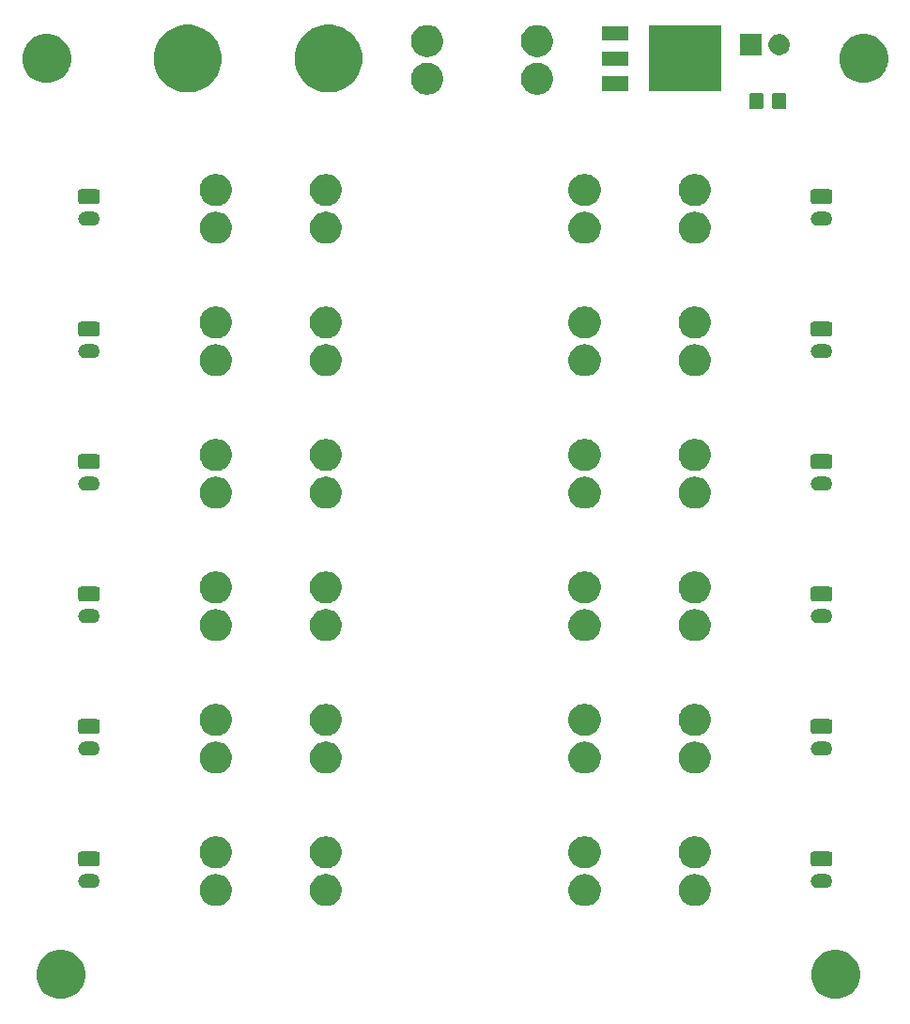
<source format=gts>
G04 #@! TF.GenerationSoftware,KiCad,Pcbnew,(5.1.5)-3*
G04 #@! TF.CreationDate,2020-03-23T11:19:51-04:00*
G04 #@! TF.ProjectId,RedLegs_pwrbrd,5265644c-6567-4735-9f70-77726272642e,rev?*
G04 #@! TF.SameCoordinates,Original*
G04 #@! TF.FileFunction,Soldermask,Top*
G04 #@! TF.FilePolarity,Negative*
%FSLAX46Y46*%
G04 Gerber Fmt 4.6, Leading zero omitted, Abs format (unit mm)*
G04 Created by KiCad (PCBNEW (5.1.5)-3) date 2020-03-23 11:19:51*
%MOMM*%
%LPD*%
G04 APERTURE LIST*
%ADD10C,0.100000*%
G04 APERTURE END LIST*
D10*
G36*
X189872007Y-140123582D02*
G01*
X190272563Y-140289498D01*
X190272565Y-140289499D01*
X190633056Y-140530371D01*
X190939629Y-140836944D01*
X191180501Y-141197435D01*
X191180502Y-141197437D01*
X191346418Y-141597993D01*
X191431000Y-142023219D01*
X191431000Y-142456781D01*
X191346418Y-142882007D01*
X191180502Y-143282563D01*
X191180501Y-143282565D01*
X190939629Y-143643056D01*
X190633056Y-143949629D01*
X190272565Y-144190501D01*
X190272564Y-144190502D01*
X190272563Y-144190502D01*
X189872007Y-144356418D01*
X189446781Y-144441000D01*
X189013219Y-144441000D01*
X188587993Y-144356418D01*
X188187437Y-144190502D01*
X188187436Y-144190502D01*
X188187435Y-144190501D01*
X187826944Y-143949629D01*
X187520371Y-143643056D01*
X187279499Y-143282565D01*
X187279498Y-143282563D01*
X187113582Y-142882007D01*
X187029000Y-142456781D01*
X187029000Y-142023219D01*
X187113582Y-141597993D01*
X187279498Y-141197437D01*
X187279499Y-141197435D01*
X187520371Y-140836944D01*
X187826944Y-140530371D01*
X188187435Y-140289499D01*
X188187437Y-140289498D01*
X188587993Y-140123582D01*
X189013219Y-140039000D01*
X189446781Y-140039000D01*
X189872007Y-140123582D01*
G37*
G36*
X120022007Y-140123582D02*
G01*
X120422563Y-140289498D01*
X120422565Y-140289499D01*
X120783056Y-140530371D01*
X121089629Y-140836944D01*
X121330501Y-141197435D01*
X121330502Y-141197437D01*
X121496418Y-141597993D01*
X121581000Y-142023219D01*
X121581000Y-142456781D01*
X121496418Y-142882007D01*
X121330502Y-143282563D01*
X121330501Y-143282565D01*
X121089629Y-143643056D01*
X120783056Y-143949629D01*
X120422565Y-144190501D01*
X120422564Y-144190502D01*
X120422563Y-144190502D01*
X120022007Y-144356418D01*
X119596781Y-144441000D01*
X119163219Y-144441000D01*
X118737993Y-144356418D01*
X118337437Y-144190502D01*
X118337436Y-144190502D01*
X118337435Y-144190501D01*
X117976944Y-143949629D01*
X117670371Y-143643056D01*
X117429499Y-143282565D01*
X117429498Y-143282563D01*
X117263582Y-142882007D01*
X117179000Y-142456781D01*
X117179000Y-142023219D01*
X117263582Y-141597993D01*
X117429498Y-141197437D01*
X117429499Y-141197435D01*
X117670371Y-140836944D01*
X117976944Y-140530371D01*
X118337435Y-140289499D01*
X118337437Y-140289498D01*
X118737993Y-140123582D01*
X119163219Y-140039000D01*
X119596781Y-140039000D01*
X120022007Y-140123582D01*
G37*
G36*
X176755606Y-133195645D02*
G01*
X176950324Y-133234377D01*
X177058949Y-133279371D01*
X177212568Y-133343002D01*
X177448583Y-133500702D01*
X177649298Y-133701417D01*
X177806998Y-133937432D01*
X177853764Y-134050336D01*
X177900608Y-134163426D01*
X177915623Y-134199677D01*
X177971000Y-134478073D01*
X177971000Y-134761927D01*
X177915623Y-135040323D01*
X177806998Y-135302568D01*
X177649298Y-135538583D01*
X177448583Y-135739298D01*
X177212568Y-135896998D01*
X177058949Y-135960629D01*
X176950324Y-136005623D01*
X176811125Y-136033312D01*
X176671927Y-136061000D01*
X176388073Y-136061000D01*
X176248875Y-136033312D01*
X176109676Y-136005623D01*
X176001051Y-135960629D01*
X175847432Y-135896998D01*
X175611417Y-135739298D01*
X175410702Y-135538583D01*
X175253002Y-135302568D01*
X175144377Y-135040323D01*
X175089000Y-134761927D01*
X175089000Y-134478073D01*
X175144377Y-134199677D01*
X175159393Y-134163426D01*
X175206236Y-134050336D01*
X175253002Y-133937432D01*
X175410702Y-133701417D01*
X175611417Y-133500702D01*
X175847432Y-133343002D01*
X176001051Y-133279371D01*
X176109676Y-133234377D01*
X176304394Y-133195645D01*
X176388073Y-133179000D01*
X176671927Y-133179000D01*
X176755606Y-133195645D01*
G37*
G36*
X133575606Y-133195645D02*
G01*
X133770324Y-133234377D01*
X133878949Y-133279371D01*
X134032568Y-133343002D01*
X134268583Y-133500702D01*
X134469298Y-133701417D01*
X134626998Y-133937432D01*
X134673764Y-134050336D01*
X134720608Y-134163426D01*
X134735623Y-134199677D01*
X134791000Y-134478073D01*
X134791000Y-134761927D01*
X134735623Y-135040323D01*
X134626998Y-135302568D01*
X134469298Y-135538583D01*
X134268583Y-135739298D01*
X134032568Y-135896998D01*
X133878949Y-135960629D01*
X133770324Y-136005623D01*
X133631125Y-136033312D01*
X133491927Y-136061000D01*
X133208073Y-136061000D01*
X133068875Y-136033312D01*
X132929676Y-136005623D01*
X132821051Y-135960629D01*
X132667432Y-135896998D01*
X132431417Y-135739298D01*
X132230702Y-135538583D01*
X132073002Y-135302568D01*
X131964377Y-135040323D01*
X131909000Y-134761927D01*
X131909000Y-134478073D01*
X131964377Y-134199677D01*
X131979393Y-134163426D01*
X132026236Y-134050336D01*
X132073002Y-133937432D01*
X132230702Y-133701417D01*
X132431417Y-133500702D01*
X132667432Y-133343002D01*
X132821051Y-133279371D01*
X132929676Y-133234377D01*
X133124394Y-133195645D01*
X133208073Y-133179000D01*
X133491927Y-133179000D01*
X133575606Y-133195645D01*
G37*
G36*
X166835606Y-133195645D02*
G01*
X167030324Y-133234377D01*
X167138949Y-133279371D01*
X167292568Y-133343002D01*
X167528583Y-133500702D01*
X167729298Y-133701417D01*
X167886998Y-133937432D01*
X167933764Y-134050336D01*
X167980608Y-134163426D01*
X167995623Y-134199677D01*
X168051000Y-134478073D01*
X168051000Y-134761927D01*
X167995623Y-135040323D01*
X167886998Y-135302568D01*
X167729298Y-135538583D01*
X167528583Y-135739298D01*
X167292568Y-135896998D01*
X167138949Y-135960629D01*
X167030324Y-136005623D01*
X166891125Y-136033312D01*
X166751927Y-136061000D01*
X166468073Y-136061000D01*
X166328875Y-136033312D01*
X166189676Y-136005623D01*
X166081051Y-135960629D01*
X165927432Y-135896998D01*
X165691417Y-135739298D01*
X165490702Y-135538583D01*
X165333002Y-135302568D01*
X165224377Y-135040323D01*
X165169000Y-134761927D01*
X165169000Y-134478073D01*
X165224377Y-134199677D01*
X165239393Y-134163426D01*
X165286236Y-134050336D01*
X165333002Y-133937432D01*
X165490702Y-133701417D01*
X165691417Y-133500702D01*
X165927432Y-133343002D01*
X166081051Y-133279371D01*
X166189676Y-133234377D01*
X166384394Y-133195645D01*
X166468073Y-133179000D01*
X166751927Y-133179000D01*
X166835606Y-133195645D01*
G37*
G36*
X143495606Y-133195645D02*
G01*
X143690324Y-133234377D01*
X143798949Y-133279371D01*
X143952568Y-133343002D01*
X144188583Y-133500702D01*
X144389298Y-133701417D01*
X144546998Y-133937432D01*
X144593764Y-134050336D01*
X144640608Y-134163426D01*
X144655623Y-134199677D01*
X144711000Y-134478073D01*
X144711000Y-134761927D01*
X144655623Y-135040323D01*
X144546998Y-135302568D01*
X144389298Y-135538583D01*
X144188583Y-135739298D01*
X143952568Y-135896998D01*
X143798949Y-135960629D01*
X143690324Y-136005623D01*
X143551125Y-136033312D01*
X143411927Y-136061000D01*
X143128073Y-136061000D01*
X142988875Y-136033312D01*
X142849676Y-136005623D01*
X142741051Y-135960629D01*
X142587432Y-135896998D01*
X142351417Y-135739298D01*
X142150702Y-135538583D01*
X141993002Y-135302568D01*
X141884377Y-135040323D01*
X141829000Y-134761927D01*
X141829000Y-134478073D01*
X141884377Y-134199677D01*
X141899393Y-134163426D01*
X141946236Y-134050336D01*
X141993002Y-133937432D01*
X142150702Y-133701417D01*
X142351417Y-133500702D01*
X142587432Y-133343002D01*
X142741051Y-133279371D01*
X142849676Y-133234377D01*
X143044394Y-133195645D01*
X143128073Y-133179000D01*
X143411927Y-133179000D01*
X143495606Y-133195645D01*
G37*
G36*
X122283855Y-133152140D02*
G01*
X122347618Y-133158420D01*
X122438404Y-133185960D01*
X122470336Y-133195646D01*
X122583425Y-133256094D01*
X122682554Y-133337446D01*
X122763906Y-133436575D01*
X122824354Y-133549664D01*
X122824355Y-133549668D01*
X122861580Y-133672382D01*
X122874149Y-133800000D01*
X122861580Y-133927618D01*
X122834040Y-134018404D01*
X122824354Y-134050336D01*
X122763906Y-134163425D01*
X122682554Y-134262554D01*
X122583425Y-134343906D01*
X122470336Y-134404354D01*
X122438404Y-134414040D01*
X122347618Y-134441580D01*
X122283855Y-134447860D01*
X122251974Y-134451000D01*
X121588026Y-134451000D01*
X121556145Y-134447860D01*
X121492382Y-134441580D01*
X121401596Y-134414040D01*
X121369664Y-134404354D01*
X121256575Y-134343906D01*
X121157446Y-134262554D01*
X121076094Y-134163425D01*
X121015646Y-134050336D01*
X121005960Y-134018404D01*
X120978420Y-133927618D01*
X120965851Y-133800000D01*
X120978420Y-133672382D01*
X121015645Y-133549668D01*
X121015646Y-133549664D01*
X121076094Y-133436575D01*
X121157446Y-133337446D01*
X121256575Y-133256094D01*
X121369664Y-133195646D01*
X121401596Y-133185960D01*
X121492382Y-133158420D01*
X121556145Y-133152140D01*
X121588026Y-133149000D01*
X122251974Y-133149000D01*
X122283855Y-133152140D01*
G37*
G36*
X188323855Y-133152140D02*
G01*
X188387618Y-133158420D01*
X188478404Y-133185960D01*
X188510336Y-133195646D01*
X188623425Y-133256094D01*
X188722554Y-133337446D01*
X188803906Y-133436575D01*
X188864354Y-133549664D01*
X188864355Y-133549668D01*
X188901580Y-133672382D01*
X188914149Y-133800000D01*
X188901580Y-133927618D01*
X188874040Y-134018404D01*
X188864354Y-134050336D01*
X188803906Y-134163425D01*
X188722554Y-134262554D01*
X188623425Y-134343906D01*
X188510336Y-134404354D01*
X188478404Y-134414040D01*
X188387618Y-134441580D01*
X188323855Y-134447860D01*
X188291974Y-134451000D01*
X187628026Y-134451000D01*
X187596145Y-134447860D01*
X187532382Y-134441580D01*
X187441596Y-134414040D01*
X187409664Y-134404354D01*
X187296575Y-134343906D01*
X187197446Y-134262554D01*
X187116094Y-134163425D01*
X187055646Y-134050336D01*
X187045960Y-134018404D01*
X187018420Y-133927618D01*
X187005851Y-133800000D01*
X187018420Y-133672382D01*
X187055645Y-133549668D01*
X187055646Y-133549664D01*
X187116094Y-133436575D01*
X187197446Y-133337446D01*
X187296575Y-133256094D01*
X187409664Y-133195646D01*
X187441596Y-133185960D01*
X187532382Y-133158420D01*
X187596145Y-133152140D01*
X187628026Y-133149000D01*
X188291974Y-133149000D01*
X188323855Y-133152140D01*
G37*
G36*
X166891125Y-129806689D02*
G01*
X167030324Y-129834377D01*
X167138949Y-129879371D01*
X167292568Y-129943002D01*
X167528583Y-130100702D01*
X167729298Y-130301417D01*
X167886998Y-130537432D01*
X167995623Y-130799677D01*
X168051000Y-131078073D01*
X168051000Y-131361927D01*
X167995623Y-131640323D01*
X167886998Y-131902568D01*
X167729298Y-132138583D01*
X167528583Y-132339298D01*
X167292568Y-132496998D01*
X167138949Y-132560629D01*
X167030324Y-132605623D01*
X166891125Y-132633312D01*
X166751927Y-132661000D01*
X166468073Y-132661000D01*
X166328875Y-132633312D01*
X166189676Y-132605623D01*
X166081051Y-132560629D01*
X165927432Y-132496998D01*
X165691417Y-132339298D01*
X165490702Y-132138583D01*
X165333002Y-131902568D01*
X165224377Y-131640323D01*
X165169000Y-131361927D01*
X165169000Y-131078073D01*
X165224377Y-130799677D01*
X165333002Y-130537432D01*
X165490702Y-130301417D01*
X165691417Y-130100702D01*
X165927432Y-129943002D01*
X166081051Y-129879371D01*
X166189676Y-129834377D01*
X166328875Y-129806689D01*
X166468073Y-129779000D01*
X166751927Y-129779000D01*
X166891125Y-129806689D01*
G37*
G36*
X143551125Y-129806689D02*
G01*
X143690324Y-129834377D01*
X143798949Y-129879371D01*
X143952568Y-129943002D01*
X144188583Y-130100702D01*
X144389298Y-130301417D01*
X144546998Y-130537432D01*
X144655623Y-130799677D01*
X144711000Y-131078073D01*
X144711000Y-131361927D01*
X144655623Y-131640323D01*
X144546998Y-131902568D01*
X144389298Y-132138583D01*
X144188583Y-132339298D01*
X143952568Y-132496998D01*
X143798949Y-132560629D01*
X143690324Y-132605623D01*
X143551125Y-132633312D01*
X143411927Y-132661000D01*
X143128073Y-132661000D01*
X142988875Y-132633312D01*
X142849676Y-132605623D01*
X142741051Y-132560629D01*
X142587432Y-132496998D01*
X142351417Y-132339298D01*
X142150702Y-132138583D01*
X141993002Y-131902568D01*
X141884377Y-131640323D01*
X141829000Y-131361927D01*
X141829000Y-131078073D01*
X141884377Y-130799677D01*
X141993002Y-130537432D01*
X142150702Y-130301417D01*
X142351417Y-130100702D01*
X142587432Y-129943002D01*
X142741051Y-129879371D01*
X142849676Y-129834377D01*
X142988875Y-129806689D01*
X143128073Y-129779000D01*
X143411927Y-129779000D01*
X143551125Y-129806689D01*
G37*
G36*
X176811125Y-129806689D02*
G01*
X176950324Y-129834377D01*
X177058949Y-129879371D01*
X177212568Y-129943002D01*
X177448583Y-130100702D01*
X177649298Y-130301417D01*
X177806998Y-130537432D01*
X177915623Y-130799677D01*
X177971000Y-131078073D01*
X177971000Y-131361927D01*
X177915623Y-131640323D01*
X177806998Y-131902568D01*
X177649298Y-132138583D01*
X177448583Y-132339298D01*
X177212568Y-132496998D01*
X177058949Y-132560629D01*
X176950324Y-132605623D01*
X176811125Y-132633312D01*
X176671927Y-132661000D01*
X176388073Y-132661000D01*
X176248875Y-132633312D01*
X176109676Y-132605623D01*
X176001051Y-132560629D01*
X175847432Y-132496998D01*
X175611417Y-132339298D01*
X175410702Y-132138583D01*
X175253002Y-131902568D01*
X175144377Y-131640323D01*
X175089000Y-131361927D01*
X175089000Y-131078073D01*
X175144377Y-130799677D01*
X175253002Y-130537432D01*
X175410702Y-130301417D01*
X175611417Y-130100702D01*
X175847432Y-129943002D01*
X176001051Y-129879371D01*
X176109676Y-129834377D01*
X176248875Y-129806689D01*
X176388073Y-129779000D01*
X176671927Y-129779000D01*
X176811125Y-129806689D01*
G37*
G36*
X133631125Y-129806689D02*
G01*
X133770324Y-129834377D01*
X133878949Y-129879371D01*
X134032568Y-129943002D01*
X134268583Y-130100702D01*
X134469298Y-130301417D01*
X134626998Y-130537432D01*
X134735623Y-130799677D01*
X134791000Y-131078073D01*
X134791000Y-131361927D01*
X134735623Y-131640323D01*
X134626998Y-131902568D01*
X134469298Y-132138583D01*
X134268583Y-132339298D01*
X134032568Y-132496998D01*
X133878949Y-132560629D01*
X133770324Y-132605623D01*
X133631125Y-132633312D01*
X133491927Y-132661000D01*
X133208073Y-132661000D01*
X133068875Y-132633312D01*
X132929676Y-132605623D01*
X132821051Y-132560629D01*
X132667432Y-132496998D01*
X132431417Y-132339298D01*
X132230702Y-132138583D01*
X132073002Y-131902568D01*
X131964377Y-131640323D01*
X131909000Y-131361927D01*
X131909000Y-131078073D01*
X131964377Y-130799677D01*
X132073002Y-130537432D01*
X132230702Y-130301417D01*
X132431417Y-130100702D01*
X132667432Y-129943002D01*
X132821051Y-129879371D01*
X132929676Y-129834377D01*
X133068875Y-129806689D01*
X133208073Y-129779000D01*
X133491927Y-129779000D01*
X133631125Y-129806689D01*
G37*
G36*
X188751242Y-131153404D02*
G01*
X188788337Y-131164657D01*
X188822515Y-131182925D01*
X188852481Y-131207519D01*
X188877075Y-131237485D01*
X188895343Y-131271663D01*
X188906596Y-131308758D01*
X188911000Y-131353474D01*
X188911000Y-132246526D01*
X188906596Y-132291242D01*
X188895343Y-132328337D01*
X188877075Y-132362515D01*
X188852481Y-132392481D01*
X188822515Y-132417075D01*
X188788337Y-132435343D01*
X188751242Y-132446596D01*
X188706526Y-132451000D01*
X187213474Y-132451000D01*
X187168758Y-132446596D01*
X187131663Y-132435343D01*
X187097485Y-132417075D01*
X187067519Y-132392481D01*
X187042925Y-132362515D01*
X187024657Y-132328337D01*
X187013404Y-132291242D01*
X187009000Y-132246526D01*
X187009000Y-131353474D01*
X187013404Y-131308758D01*
X187024657Y-131271663D01*
X187042925Y-131237485D01*
X187067519Y-131207519D01*
X187097485Y-131182925D01*
X187131663Y-131164657D01*
X187168758Y-131153404D01*
X187213474Y-131149000D01*
X188706526Y-131149000D01*
X188751242Y-131153404D01*
G37*
G36*
X122711242Y-131153404D02*
G01*
X122748337Y-131164657D01*
X122782515Y-131182925D01*
X122812481Y-131207519D01*
X122837075Y-131237485D01*
X122855343Y-131271663D01*
X122866596Y-131308758D01*
X122871000Y-131353474D01*
X122871000Y-132246526D01*
X122866596Y-132291242D01*
X122855343Y-132328337D01*
X122837075Y-132362515D01*
X122812481Y-132392481D01*
X122782515Y-132417075D01*
X122748337Y-132435343D01*
X122711242Y-132446596D01*
X122666526Y-132451000D01*
X121173474Y-132451000D01*
X121128758Y-132446596D01*
X121091663Y-132435343D01*
X121057485Y-132417075D01*
X121027519Y-132392481D01*
X121002925Y-132362515D01*
X120984657Y-132328337D01*
X120973404Y-132291242D01*
X120969000Y-132246526D01*
X120969000Y-131353474D01*
X120973404Y-131308758D01*
X120984657Y-131271663D01*
X121002925Y-131237485D01*
X121027519Y-131207519D01*
X121057485Y-131182925D01*
X121091663Y-131164657D01*
X121128758Y-131153404D01*
X121173474Y-131149000D01*
X122666526Y-131149000D01*
X122711242Y-131153404D01*
G37*
G36*
X166835606Y-121257645D02*
G01*
X167030324Y-121296377D01*
X167138949Y-121341371D01*
X167292568Y-121405002D01*
X167528583Y-121562702D01*
X167729298Y-121763417D01*
X167886998Y-121999432D01*
X167933764Y-122112336D01*
X167980608Y-122225426D01*
X167995623Y-122261677D01*
X168051000Y-122540073D01*
X168051000Y-122823927D01*
X167995623Y-123102323D01*
X167886998Y-123364568D01*
X167729298Y-123600583D01*
X167528583Y-123801298D01*
X167292568Y-123958998D01*
X167138949Y-124022629D01*
X167030324Y-124067623D01*
X166891125Y-124095312D01*
X166751927Y-124123000D01*
X166468073Y-124123000D01*
X166328875Y-124095312D01*
X166189676Y-124067623D01*
X166081051Y-124022629D01*
X165927432Y-123958998D01*
X165691417Y-123801298D01*
X165490702Y-123600583D01*
X165333002Y-123364568D01*
X165224377Y-123102323D01*
X165169000Y-122823927D01*
X165169000Y-122540073D01*
X165224377Y-122261677D01*
X165239393Y-122225426D01*
X165286236Y-122112336D01*
X165333002Y-121999432D01*
X165490702Y-121763417D01*
X165691417Y-121562702D01*
X165927432Y-121405002D01*
X166081051Y-121341371D01*
X166189676Y-121296377D01*
X166384394Y-121257645D01*
X166468073Y-121241000D01*
X166751927Y-121241000D01*
X166835606Y-121257645D01*
G37*
G36*
X133575606Y-121257645D02*
G01*
X133770324Y-121296377D01*
X133878949Y-121341371D01*
X134032568Y-121405002D01*
X134268583Y-121562702D01*
X134469298Y-121763417D01*
X134626998Y-121999432D01*
X134673764Y-122112336D01*
X134720608Y-122225426D01*
X134735623Y-122261677D01*
X134791000Y-122540073D01*
X134791000Y-122823927D01*
X134735623Y-123102323D01*
X134626998Y-123364568D01*
X134469298Y-123600583D01*
X134268583Y-123801298D01*
X134032568Y-123958998D01*
X133878949Y-124022629D01*
X133770324Y-124067623D01*
X133631125Y-124095312D01*
X133491927Y-124123000D01*
X133208073Y-124123000D01*
X133068875Y-124095312D01*
X132929676Y-124067623D01*
X132821051Y-124022629D01*
X132667432Y-123958998D01*
X132431417Y-123801298D01*
X132230702Y-123600583D01*
X132073002Y-123364568D01*
X131964377Y-123102323D01*
X131909000Y-122823927D01*
X131909000Y-122540073D01*
X131964377Y-122261677D01*
X131979393Y-122225426D01*
X132026236Y-122112336D01*
X132073002Y-121999432D01*
X132230702Y-121763417D01*
X132431417Y-121562702D01*
X132667432Y-121405002D01*
X132821051Y-121341371D01*
X132929676Y-121296377D01*
X133124394Y-121257645D01*
X133208073Y-121241000D01*
X133491927Y-121241000D01*
X133575606Y-121257645D01*
G37*
G36*
X143495606Y-121257645D02*
G01*
X143690324Y-121296377D01*
X143798949Y-121341371D01*
X143952568Y-121405002D01*
X144188583Y-121562702D01*
X144389298Y-121763417D01*
X144546998Y-121999432D01*
X144593764Y-122112336D01*
X144640608Y-122225426D01*
X144655623Y-122261677D01*
X144711000Y-122540073D01*
X144711000Y-122823927D01*
X144655623Y-123102323D01*
X144546998Y-123364568D01*
X144389298Y-123600583D01*
X144188583Y-123801298D01*
X143952568Y-123958998D01*
X143798949Y-124022629D01*
X143690324Y-124067623D01*
X143551125Y-124095312D01*
X143411927Y-124123000D01*
X143128073Y-124123000D01*
X142988875Y-124095312D01*
X142849676Y-124067623D01*
X142741051Y-124022629D01*
X142587432Y-123958998D01*
X142351417Y-123801298D01*
X142150702Y-123600583D01*
X141993002Y-123364568D01*
X141884377Y-123102323D01*
X141829000Y-122823927D01*
X141829000Y-122540073D01*
X141884377Y-122261677D01*
X141899393Y-122225426D01*
X141946236Y-122112336D01*
X141993002Y-121999432D01*
X142150702Y-121763417D01*
X142351417Y-121562702D01*
X142587432Y-121405002D01*
X142741051Y-121341371D01*
X142849676Y-121296377D01*
X143044394Y-121257645D01*
X143128073Y-121241000D01*
X143411927Y-121241000D01*
X143495606Y-121257645D01*
G37*
G36*
X176755606Y-121257645D02*
G01*
X176950324Y-121296377D01*
X177058949Y-121341371D01*
X177212568Y-121405002D01*
X177448583Y-121562702D01*
X177649298Y-121763417D01*
X177806998Y-121999432D01*
X177853764Y-122112336D01*
X177900608Y-122225426D01*
X177915623Y-122261677D01*
X177971000Y-122540073D01*
X177971000Y-122823927D01*
X177915623Y-123102323D01*
X177806998Y-123364568D01*
X177649298Y-123600583D01*
X177448583Y-123801298D01*
X177212568Y-123958998D01*
X177058949Y-124022629D01*
X176950324Y-124067623D01*
X176811125Y-124095312D01*
X176671927Y-124123000D01*
X176388073Y-124123000D01*
X176248875Y-124095312D01*
X176109676Y-124067623D01*
X176001051Y-124022629D01*
X175847432Y-123958998D01*
X175611417Y-123801298D01*
X175410702Y-123600583D01*
X175253002Y-123364568D01*
X175144377Y-123102323D01*
X175089000Y-122823927D01*
X175089000Y-122540073D01*
X175144377Y-122261677D01*
X175159393Y-122225426D01*
X175206236Y-122112336D01*
X175253002Y-121999432D01*
X175410702Y-121763417D01*
X175611417Y-121562702D01*
X175847432Y-121405002D01*
X176001051Y-121341371D01*
X176109676Y-121296377D01*
X176304394Y-121257645D01*
X176388073Y-121241000D01*
X176671927Y-121241000D01*
X176755606Y-121257645D01*
G37*
G36*
X188323855Y-121214140D02*
G01*
X188387618Y-121220420D01*
X188478404Y-121247960D01*
X188510336Y-121257646D01*
X188623425Y-121318094D01*
X188722554Y-121399446D01*
X188803906Y-121498575D01*
X188864354Y-121611664D01*
X188864355Y-121611668D01*
X188901580Y-121734382D01*
X188914149Y-121862000D01*
X188901580Y-121989618D01*
X188874040Y-122080404D01*
X188864354Y-122112336D01*
X188803906Y-122225425D01*
X188722554Y-122324554D01*
X188623425Y-122405906D01*
X188510336Y-122466354D01*
X188478404Y-122476040D01*
X188387618Y-122503580D01*
X188323855Y-122509860D01*
X188291974Y-122513000D01*
X187628026Y-122513000D01*
X187596145Y-122509860D01*
X187532382Y-122503580D01*
X187441596Y-122476040D01*
X187409664Y-122466354D01*
X187296575Y-122405906D01*
X187197446Y-122324554D01*
X187116094Y-122225425D01*
X187055646Y-122112336D01*
X187045960Y-122080404D01*
X187018420Y-121989618D01*
X187005851Y-121862000D01*
X187018420Y-121734382D01*
X187055645Y-121611668D01*
X187055646Y-121611664D01*
X187116094Y-121498575D01*
X187197446Y-121399446D01*
X187296575Y-121318094D01*
X187409664Y-121257646D01*
X187441596Y-121247960D01*
X187532382Y-121220420D01*
X187596145Y-121214140D01*
X187628026Y-121211000D01*
X188291974Y-121211000D01*
X188323855Y-121214140D01*
G37*
G36*
X122283855Y-121214140D02*
G01*
X122347618Y-121220420D01*
X122438404Y-121247960D01*
X122470336Y-121257646D01*
X122583425Y-121318094D01*
X122682554Y-121399446D01*
X122763906Y-121498575D01*
X122824354Y-121611664D01*
X122824355Y-121611668D01*
X122861580Y-121734382D01*
X122874149Y-121862000D01*
X122861580Y-121989618D01*
X122834040Y-122080404D01*
X122824354Y-122112336D01*
X122763906Y-122225425D01*
X122682554Y-122324554D01*
X122583425Y-122405906D01*
X122470336Y-122466354D01*
X122438404Y-122476040D01*
X122347618Y-122503580D01*
X122283855Y-122509860D01*
X122251974Y-122513000D01*
X121588026Y-122513000D01*
X121556145Y-122509860D01*
X121492382Y-122503580D01*
X121401596Y-122476040D01*
X121369664Y-122466354D01*
X121256575Y-122405906D01*
X121157446Y-122324554D01*
X121076094Y-122225425D01*
X121015646Y-122112336D01*
X121005960Y-122080404D01*
X120978420Y-121989618D01*
X120965851Y-121862000D01*
X120978420Y-121734382D01*
X121015645Y-121611668D01*
X121015646Y-121611664D01*
X121076094Y-121498575D01*
X121157446Y-121399446D01*
X121256575Y-121318094D01*
X121369664Y-121257646D01*
X121401596Y-121247960D01*
X121492382Y-121220420D01*
X121556145Y-121214140D01*
X121588026Y-121211000D01*
X122251974Y-121211000D01*
X122283855Y-121214140D01*
G37*
G36*
X143551125Y-117868688D02*
G01*
X143690324Y-117896377D01*
X143798949Y-117941371D01*
X143952568Y-118005002D01*
X144188583Y-118162702D01*
X144389298Y-118363417D01*
X144546998Y-118599432D01*
X144655623Y-118861677D01*
X144711000Y-119140073D01*
X144711000Y-119423927D01*
X144655623Y-119702323D01*
X144546998Y-119964568D01*
X144389298Y-120200583D01*
X144188583Y-120401298D01*
X143952568Y-120558998D01*
X143798949Y-120622629D01*
X143690324Y-120667623D01*
X143551125Y-120695312D01*
X143411927Y-120723000D01*
X143128073Y-120723000D01*
X142988875Y-120695312D01*
X142849676Y-120667623D01*
X142741051Y-120622629D01*
X142587432Y-120558998D01*
X142351417Y-120401298D01*
X142150702Y-120200583D01*
X141993002Y-119964568D01*
X141884377Y-119702323D01*
X141829000Y-119423927D01*
X141829000Y-119140073D01*
X141884377Y-118861677D01*
X141993002Y-118599432D01*
X142150702Y-118363417D01*
X142351417Y-118162702D01*
X142587432Y-118005002D01*
X142741051Y-117941371D01*
X142849676Y-117896377D01*
X142988875Y-117868688D01*
X143128073Y-117841000D01*
X143411927Y-117841000D01*
X143551125Y-117868688D01*
G37*
G36*
X166891125Y-117868688D02*
G01*
X167030324Y-117896377D01*
X167138949Y-117941371D01*
X167292568Y-118005002D01*
X167528583Y-118162702D01*
X167729298Y-118363417D01*
X167886998Y-118599432D01*
X167995623Y-118861677D01*
X168051000Y-119140073D01*
X168051000Y-119423927D01*
X167995623Y-119702323D01*
X167886998Y-119964568D01*
X167729298Y-120200583D01*
X167528583Y-120401298D01*
X167292568Y-120558998D01*
X167138949Y-120622629D01*
X167030324Y-120667623D01*
X166891125Y-120695312D01*
X166751927Y-120723000D01*
X166468073Y-120723000D01*
X166328875Y-120695312D01*
X166189676Y-120667623D01*
X166081051Y-120622629D01*
X165927432Y-120558998D01*
X165691417Y-120401298D01*
X165490702Y-120200583D01*
X165333002Y-119964568D01*
X165224377Y-119702323D01*
X165169000Y-119423927D01*
X165169000Y-119140073D01*
X165224377Y-118861677D01*
X165333002Y-118599432D01*
X165490702Y-118363417D01*
X165691417Y-118162702D01*
X165927432Y-118005002D01*
X166081051Y-117941371D01*
X166189676Y-117896377D01*
X166328875Y-117868688D01*
X166468073Y-117841000D01*
X166751927Y-117841000D01*
X166891125Y-117868688D01*
G37*
G36*
X133631125Y-117868688D02*
G01*
X133770324Y-117896377D01*
X133878949Y-117941371D01*
X134032568Y-118005002D01*
X134268583Y-118162702D01*
X134469298Y-118363417D01*
X134626998Y-118599432D01*
X134735623Y-118861677D01*
X134791000Y-119140073D01*
X134791000Y-119423927D01*
X134735623Y-119702323D01*
X134626998Y-119964568D01*
X134469298Y-120200583D01*
X134268583Y-120401298D01*
X134032568Y-120558998D01*
X133878949Y-120622629D01*
X133770324Y-120667623D01*
X133631125Y-120695312D01*
X133491927Y-120723000D01*
X133208073Y-120723000D01*
X133068875Y-120695312D01*
X132929676Y-120667623D01*
X132821051Y-120622629D01*
X132667432Y-120558998D01*
X132431417Y-120401298D01*
X132230702Y-120200583D01*
X132073002Y-119964568D01*
X131964377Y-119702323D01*
X131909000Y-119423927D01*
X131909000Y-119140073D01*
X131964377Y-118861677D01*
X132073002Y-118599432D01*
X132230702Y-118363417D01*
X132431417Y-118162702D01*
X132667432Y-118005002D01*
X132821051Y-117941371D01*
X132929676Y-117896377D01*
X133068875Y-117868688D01*
X133208073Y-117841000D01*
X133491927Y-117841000D01*
X133631125Y-117868688D01*
G37*
G36*
X176811125Y-117868688D02*
G01*
X176950324Y-117896377D01*
X177058949Y-117941371D01*
X177212568Y-118005002D01*
X177448583Y-118162702D01*
X177649298Y-118363417D01*
X177806998Y-118599432D01*
X177915623Y-118861677D01*
X177971000Y-119140073D01*
X177971000Y-119423927D01*
X177915623Y-119702323D01*
X177806998Y-119964568D01*
X177649298Y-120200583D01*
X177448583Y-120401298D01*
X177212568Y-120558998D01*
X177058949Y-120622629D01*
X176950324Y-120667623D01*
X176811125Y-120695312D01*
X176671927Y-120723000D01*
X176388073Y-120723000D01*
X176248875Y-120695312D01*
X176109676Y-120667623D01*
X176001051Y-120622629D01*
X175847432Y-120558998D01*
X175611417Y-120401298D01*
X175410702Y-120200583D01*
X175253002Y-119964568D01*
X175144377Y-119702323D01*
X175089000Y-119423927D01*
X175089000Y-119140073D01*
X175144377Y-118861677D01*
X175253002Y-118599432D01*
X175410702Y-118363417D01*
X175611417Y-118162702D01*
X175847432Y-118005002D01*
X176001051Y-117941371D01*
X176109676Y-117896377D01*
X176248875Y-117868688D01*
X176388073Y-117841000D01*
X176671927Y-117841000D01*
X176811125Y-117868688D01*
G37*
G36*
X122711242Y-119215404D02*
G01*
X122748337Y-119226657D01*
X122782515Y-119244925D01*
X122812481Y-119269519D01*
X122837075Y-119299485D01*
X122855343Y-119333663D01*
X122866596Y-119370758D01*
X122871000Y-119415474D01*
X122871000Y-120308526D01*
X122866596Y-120353242D01*
X122855343Y-120390337D01*
X122837075Y-120424515D01*
X122812481Y-120454481D01*
X122782515Y-120479075D01*
X122748337Y-120497343D01*
X122711242Y-120508596D01*
X122666526Y-120513000D01*
X121173474Y-120513000D01*
X121128758Y-120508596D01*
X121091663Y-120497343D01*
X121057485Y-120479075D01*
X121027519Y-120454481D01*
X121002925Y-120424515D01*
X120984657Y-120390337D01*
X120973404Y-120353242D01*
X120969000Y-120308526D01*
X120969000Y-119415474D01*
X120973404Y-119370758D01*
X120984657Y-119333663D01*
X121002925Y-119299485D01*
X121027519Y-119269519D01*
X121057485Y-119244925D01*
X121091663Y-119226657D01*
X121128758Y-119215404D01*
X121173474Y-119211000D01*
X122666526Y-119211000D01*
X122711242Y-119215404D01*
G37*
G36*
X188751242Y-119215404D02*
G01*
X188788337Y-119226657D01*
X188822515Y-119244925D01*
X188852481Y-119269519D01*
X188877075Y-119299485D01*
X188895343Y-119333663D01*
X188906596Y-119370758D01*
X188911000Y-119415474D01*
X188911000Y-120308526D01*
X188906596Y-120353242D01*
X188895343Y-120390337D01*
X188877075Y-120424515D01*
X188852481Y-120454481D01*
X188822515Y-120479075D01*
X188788337Y-120497343D01*
X188751242Y-120508596D01*
X188706526Y-120513000D01*
X187213474Y-120513000D01*
X187168758Y-120508596D01*
X187131663Y-120497343D01*
X187097485Y-120479075D01*
X187067519Y-120454481D01*
X187042925Y-120424515D01*
X187024657Y-120390337D01*
X187013404Y-120353242D01*
X187009000Y-120308526D01*
X187009000Y-119415474D01*
X187013404Y-119370758D01*
X187024657Y-119333663D01*
X187042925Y-119299485D01*
X187067519Y-119269519D01*
X187097485Y-119244925D01*
X187131663Y-119226657D01*
X187168758Y-119215404D01*
X187213474Y-119211000D01*
X188706526Y-119211000D01*
X188751242Y-119215404D01*
G37*
G36*
X133575606Y-109319645D02*
G01*
X133770324Y-109358377D01*
X133878949Y-109403371D01*
X134032568Y-109467002D01*
X134268583Y-109624702D01*
X134469298Y-109825417D01*
X134626998Y-110061432D01*
X134673764Y-110174336D01*
X134720608Y-110287426D01*
X134735623Y-110323677D01*
X134791000Y-110602073D01*
X134791000Y-110885927D01*
X134735623Y-111164323D01*
X134626998Y-111426568D01*
X134469298Y-111662583D01*
X134268583Y-111863298D01*
X134032568Y-112020998D01*
X133878949Y-112084629D01*
X133770324Y-112129623D01*
X133631125Y-112157311D01*
X133491927Y-112185000D01*
X133208073Y-112185000D01*
X133068875Y-112157311D01*
X132929676Y-112129623D01*
X132821051Y-112084629D01*
X132667432Y-112020998D01*
X132431417Y-111863298D01*
X132230702Y-111662583D01*
X132073002Y-111426568D01*
X131964377Y-111164323D01*
X131909000Y-110885927D01*
X131909000Y-110602073D01*
X131964377Y-110323677D01*
X131979393Y-110287426D01*
X132026236Y-110174336D01*
X132073002Y-110061432D01*
X132230702Y-109825417D01*
X132431417Y-109624702D01*
X132667432Y-109467002D01*
X132821051Y-109403371D01*
X132929676Y-109358377D01*
X133124394Y-109319645D01*
X133208073Y-109303000D01*
X133491927Y-109303000D01*
X133575606Y-109319645D01*
G37*
G36*
X143495606Y-109319645D02*
G01*
X143690324Y-109358377D01*
X143798949Y-109403371D01*
X143952568Y-109467002D01*
X144188583Y-109624702D01*
X144389298Y-109825417D01*
X144546998Y-110061432D01*
X144593764Y-110174336D01*
X144640608Y-110287426D01*
X144655623Y-110323677D01*
X144711000Y-110602073D01*
X144711000Y-110885927D01*
X144655623Y-111164323D01*
X144546998Y-111426568D01*
X144389298Y-111662583D01*
X144188583Y-111863298D01*
X143952568Y-112020998D01*
X143798949Y-112084629D01*
X143690324Y-112129623D01*
X143551125Y-112157311D01*
X143411927Y-112185000D01*
X143128073Y-112185000D01*
X142988875Y-112157311D01*
X142849676Y-112129623D01*
X142741051Y-112084629D01*
X142587432Y-112020998D01*
X142351417Y-111863298D01*
X142150702Y-111662583D01*
X141993002Y-111426568D01*
X141884377Y-111164323D01*
X141829000Y-110885927D01*
X141829000Y-110602073D01*
X141884377Y-110323677D01*
X141899393Y-110287426D01*
X141946236Y-110174336D01*
X141993002Y-110061432D01*
X142150702Y-109825417D01*
X142351417Y-109624702D01*
X142587432Y-109467002D01*
X142741051Y-109403371D01*
X142849676Y-109358377D01*
X143044394Y-109319645D01*
X143128073Y-109303000D01*
X143411927Y-109303000D01*
X143495606Y-109319645D01*
G37*
G36*
X176755606Y-109319645D02*
G01*
X176950324Y-109358377D01*
X177058949Y-109403371D01*
X177212568Y-109467002D01*
X177448583Y-109624702D01*
X177649298Y-109825417D01*
X177806998Y-110061432D01*
X177853764Y-110174336D01*
X177900608Y-110287426D01*
X177915623Y-110323677D01*
X177971000Y-110602073D01*
X177971000Y-110885927D01*
X177915623Y-111164323D01*
X177806998Y-111426568D01*
X177649298Y-111662583D01*
X177448583Y-111863298D01*
X177212568Y-112020998D01*
X177058949Y-112084629D01*
X176950324Y-112129623D01*
X176811125Y-112157311D01*
X176671927Y-112185000D01*
X176388073Y-112185000D01*
X176248875Y-112157311D01*
X176109676Y-112129623D01*
X176001051Y-112084629D01*
X175847432Y-112020998D01*
X175611417Y-111863298D01*
X175410702Y-111662583D01*
X175253002Y-111426568D01*
X175144377Y-111164323D01*
X175089000Y-110885927D01*
X175089000Y-110602073D01*
X175144377Y-110323677D01*
X175159393Y-110287426D01*
X175206236Y-110174336D01*
X175253002Y-110061432D01*
X175410702Y-109825417D01*
X175611417Y-109624702D01*
X175847432Y-109467002D01*
X176001051Y-109403371D01*
X176109676Y-109358377D01*
X176304394Y-109319645D01*
X176388073Y-109303000D01*
X176671927Y-109303000D01*
X176755606Y-109319645D01*
G37*
G36*
X166835606Y-109319645D02*
G01*
X167030324Y-109358377D01*
X167138949Y-109403371D01*
X167292568Y-109467002D01*
X167528583Y-109624702D01*
X167729298Y-109825417D01*
X167886998Y-110061432D01*
X167933764Y-110174336D01*
X167980608Y-110287426D01*
X167995623Y-110323677D01*
X168051000Y-110602073D01*
X168051000Y-110885927D01*
X167995623Y-111164323D01*
X167886998Y-111426568D01*
X167729298Y-111662583D01*
X167528583Y-111863298D01*
X167292568Y-112020998D01*
X167138949Y-112084629D01*
X167030324Y-112129623D01*
X166891125Y-112157311D01*
X166751927Y-112185000D01*
X166468073Y-112185000D01*
X166328875Y-112157311D01*
X166189676Y-112129623D01*
X166081051Y-112084629D01*
X165927432Y-112020998D01*
X165691417Y-111863298D01*
X165490702Y-111662583D01*
X165333002Y-111426568D01*
X165224377Y-111164323D01*
X165169000Y-110885927D01*
X165169000Y-110602073D01*
X165224377Y-110323677D01*
X165239393Y-110287426D01*
X165286236Y-110174336D01*
X165333002Y-110061432D01*
X165490702Y-109825417D01*
X165691417Y-109624702D01*
X165927432Y-109467002D01*
X166081051Y-109403371D01*
X166189676Y-109358377D01*
X166384394Y-109319645D01*
X166468073Y-109303000D01*
X166751927Y-109303000D01*
X166835606Y-109319645D01*
G37*
G36*
X188323855Y-109276140D02*
G01*
X188387618Y-109282420D01*
X188478404Y-109309960D01*
X188510336Y-109319646D01*
X188623425Y-109380094D01*
X188722554Y-109461446D01*
X188803906Y-109560575D01*
X188864354Y-109673664D01*
X188864355Y-109673668D01*
X188901580Y-109796382D01*
X188914149Y-109924000D01*
X188901580Y-110051618D01*
X188874040Y-110142404D01*
X188864354Y-110174336D01*
X188803906Y-110287425D01*
X188722554Y-110386554D01*
X188623425Y-110467906D01*
X188510336Y-110528354D01*
X188478404Y-110538040D01*
X188387618Y-110565580D01*
X188323855Y-110571860D01*
X188291974Y-110575000D01*
X187628026Y-110575000D01*
X187596145Y-110571860D01*
X187532382Y-110565580D01*
X187441596Y-110538040D01*
X187409664Y-110528354D01*
X187296575Y-110467906D01*
X187197446Y-110386554D01*
X187116094Y-110287425D01*
X187055646Y-110174336D01*
X187045960Y-110142404D01*
X187018420Y-110051618D01*
X187005851Y-109924000D01*
X187018420Y-109796382D01*
X187055645Y-109673668D01*
X187055646Y-109673664D01*
X187116094Y-109560575D01*
X187197446Y-109461446D01*
X187296575Y-109380094D01*
X187409664Y-109319646D01*
X187441596Y-109309960D01*
X187532382Y-109282420D01*
X187596145Y-109276140D01*
X187628026Y-109273000D01*
X188291974Y-109273000D01*
X188323855Y-109276140D01*
G37*
G36*
X122283855Y-109276140D02*
G01*
X122347618Y-109282420D01*
X122438404Y-109309960D01*
X122470336Y-109319646D01*
X122583425Y-109380094D01*
X122682554Y-109461446D01*
X122763906Y-109560575D01*
X122824354Y-109673664D01*
X122824355Y-109673668D01*
X122861580Y-109796382D01*
X122874149Y-109924000D01*
X122861580Y-110051618D01*
X122834040Y-110142404D01*
X122824354Y-110174336D01*
X122763906Y-110287425D01*
X122682554Y-110386554D01*
X122583425Y-110467906D01*
X122470336Y-110528354D01*
X122438404Y-110538040D01*
X122347618Y-110565580D01*
X122283855Y-110571860D01*
X122251974Y-110575000D01*
X121588026Y-110575000D01*
X121556145Y-110571860D01*
X121492382Y-110565580D01*
X121401596Y-110538040D01*
X121369664Y-110528354D01*
X121256575Y-110467906D01*
X121157446Y-110386554D01*
X121076094Y-110287425D01*
X121015646Y-110174336D01*
X121005960Y-110142404D01*
X120978420Y-110051618D01*
X120965851Y-109924000D01*
X120978420Y-109796382D01*
X121015645Y-109673668D01*
X121015646Y-109673664D01*
X121076094Y-109560575D01*
X121157446Y-109461446D01*
X121256575Y-109380094D01*
X121369664Y-109319646D01*
X121401596Y-109309960D01*
X121492382Y-109282420D01*
X121556145Y-109276140D01*
X121588026Y-109273000D01*
X122251974Y-109273000D01*
X122283855Y-109276140D01*
G37*
G36*
X133631125Y-105930689D02*
G01*
X133770324Y-105958377D01*
X133878949Y-106003371D01*
X134032568Y-106067002D01*
X134268583Y-106224702D01*
X134469298Y-106425417D01*
X134626998Y-106661432D01*
X134735623Y-106923677D01*
X134791000Y-107202073D01*
X134791000Y-107485927D01*
X134735623Y-107764323D01*
X134626998Y-108026568D01*
X134469298Y-108262583D01*
X134268583Y-108463298D01*
X134032568Y-108620998D01*
X133878949Y-108684629D01*
X133770324Y-108729623D01*
X133631125Y-108757311D01*
X133491927Y-108785000D01*
X133208073Y-108785000D01*
X133068875Y-108757311D01*
X132929676Y-108729623D01*
X132821051Y-108684629D01*
X132667432Y-108620998D01*
X132431417Y-108463298D01*
X132230702Y-108262583D01*
X132073002Y-108026568D01*
X131964377Y-107764323D01*
X131909000Y-107485927D01*
X131909000Y-107202073D01*
X131964377Y-106923677D01*
X132073002Y-106661432D01*
X132230702Y-106425417D01*
X132431417Y-106224702D01*
X132667432Y-106067002D01*
X132821051Y-106003371D01*
X132929676Y-105958377D01*
X133068875Y-105930689D01*
X133208073Y-105903000D01*
X133491927Y-105903000D01*
X133631125Y-105930689D01*
G37*
G36*
X143551125Y-105930689D02*
G01*
X143690324Y-105958377D01*
X143798949Y-106003371D01*
X143952568Y-106067002D01*
X144188583Y-106224702D01*
X144389298Y-106425417D01*
X144546998Y-106661432D01*
X144655623Y-106923677D01*
X144711000Y-107202073D01*
X144711000Y-107485927D01*
X144655623Y-107764323D01*
X144546998Y-108026568D01*
X144389298Y-108262583D01*
X144188583Y-108463298D01*
X143952568Y-108620998D01*
X143798949Y-108684629D01*
X143690324Y-108729623D01*
X143551125Y-108757311D01*
X143411927Y-108785000D01*
X143128073Y-108785000D01*
X142988875Y-108757311D01*
X142849676Y-108729623D01*
X142741051Y-108684629D01*
X142587432Y-108620998D01*
X142351417Y-108463298D01*
X142150702Y-108262583D01*
X141993002Y-108026568D01*
X141884377Y-107764323D01*
X141829000Y-107485927D01*
X141829000Y-107202073D01*
X141884377Y-106923677D01*
X141993002Y-106661432D01*
X142150702Y-106425417D01*
X142351417Y-106224702D01*
X142587432Y-106067002D01*
X142741051Y-106003371D01*
X142849676Y-105958377D01*
X142988875Y-105930689D01*
X143128073Y-105903000D01*
X143411927Y-105903000D01*
X143551125Y-105930689D01*
G37*
G36*
X176811125Y-105930689D02*
G01*
X176950324Y-105958377D01*
X177058949Y-106003371D01*
X177212568Y-106067002D01*
X177448583Y-106224702D01*
X177649298Y-106425417D01*
X177806998Y-106661432D01*
X177915623Y-106923677D01*
X177971000Y-107202073D01*
X177971000Y-107485927D01*
X177915623Y-107764323D01*
X177806998Y-108026568D01*
X177649298Y-108262583D01*
X177448583Y-108463298D01*
X177212568Y-108620998D01*
X177058949Y-108684629D01*
X176950324Y-108729623D01*
X176811125Y-108757311D01*
X176671927Y-108785000D01*
X176388073Y-108785000D01*
X176248875Y-108757311D01*
X176109676Y-108729623D01*
X176001051Y-108684629D01*
X175847432Y-108620998D01*
X175611417Y-108463298D01*
X175410702Y-108262583D01*
X175253002Y-108026568D01*
X175144377Y-107764323D01*
X175089000Y-107485927D01*
X175089000Y-107202073D01*
X175144377Y-106923677D01*
X175253002Y-106661432D01*
X175410702Y-106425417D01*
X175611417Y-106224702D01*
X175847432Y-106067002D01*
X176001051Y-106003371D01*
X176109676Y-105958377D01*
X176248875Y-105930689D01*
X176388073Y-105903000D01*
X176671927Y-105903000D01*
X176811125Y-105930689D01*
G37*
G36*
X166891125Y-105930689D02*
G01*
X167030324Y-105958377D01*
X167138949Y-106003371D01*
X167292568Y-106067002D01*
X167528583Y-106224702D01*
X167729298Y-106425417D01*
X167886998Y-106661432D01*
X167995623Y-106923677D01*
X168051000Y-107202073D01*
X168051000Y-107485927D01*
X167995623Y-107764323D01*
X167886998Y-108026568D01*
X167729298Y-108262583D01*
X167528583Y-108463298D01*
X167292568Y-108620998D01*
X167138949Y-108684629D01*
X167030324Y-108729623D01*
X166891125Y-108757311D01*
X166751927Y-108785000D01*
X166468073Y-108785000D01*
X166328875Y-108757311D01*
X166189676Y-108729623D01*
X166081051Y-108684629D01*
X165927432Y-108620998D01*
X165691417Y-108463298D01*
X165490702Y-108262583D01*
X165333002Y-108026568D01*
X165224377Y-107764323D01*
X165169000Y-107485927D01*
X165169000Y-107202073D01*
X165224377Y-106923677D01*
X165333002Y-106661432D01*
X165490702Y-106425417D01*
X165691417Y-106224702D01*
X165927432Y-106067002D01*
X166081051Y-106003371D01*
X166189676Y-105958377D01*
X166328875Y-105930689D01*
X166468073Y-105903000D01*
X166751927Y-105903000D01*
X166891125Y-105930689D01*
G37*
G36*
X188751242Y-107277404D02*
G01*
X188788337Y-107288657D01*
X188822515Y-107306925D01*
X188852481Y-107331519D01*
X188877075Y-107361485D01*
X188895343Y-107395663D01*
X188906596Y-107432758D01*
X188911000Y-107477474D01*
X188911000Y-108370526D01*
X188906596Y-108415242D01*
X188895343Y-108452337D01*
X188877075Y-108486515D01*
X188852481Y-108516481D01*
X188822515Y-108541075D01*
X188788337Y-108559343D01*
X188751242Y-108570596D01*
X188706526Y-108575000D01*
X187213474Y-108575000D01*
X187168758Y-108570596D01*
X187131663Y-108559343D01*
X187097485Y-108541075D01*
X187067519Y-108516481D01*
X187042925Y-108486515D01*
X187024657Y-108452337D01*
X187013404Y-108415242D01*
X187009000Y-108370526D01*
X187009000Y-107477474D01*
X187013404Y-107432758D01*
X187024657Y-107395663D01*
X187042925Y-107361485D01*
X187067519Y-107331519D01*
X187097485Y-107306925D01*
X187131663Y-107288657D01*
X187168758Y-107277404D01*
X187213474Y-107273000D01*
X188706526Y-107273000D01*
X188751242Y-107277404D01*
G37*
G36*
X122711242Y-107277404D02*
G01*
X122748337Y-107288657D01*
X122782515Y-107306925D01*
X122812481Y-107331519D01*
X122837075Y-107361485D01*
X122855343Y-107395663D01*
X122866596Y-107432758D01*
X122871000Y-107477474D01*
X122871000Y-108370526D01*
X122866596Y-108415242D01*
X122855343Y-108452337D01*
X122837075Y-108486515D01*
X122812481Y-108516481D01*
X122782515Y-108541075D01*
X122748337Y-108559343D01*
X122711242Y-108570596D01*
X122666526Y-108575000D01*
X121173474Y-108575000D01*
X121128758Y-108570596D01*
X121091663Y-108559343D01*
X121057485Y-108541075D01*
X121027519Y-108516481D01*
X121002925Y-108486515D01*
X120984657Y-108452337D01*
X120973404Y-108415242D01*
X120969000Y-108370526D01*
X120969000Y-107477474D01*
X120973404Y-107432758D01*
X120984657Y-107395663D01*
X121002925Y-107361485D01*
X121027519Y-107331519D01*
X121057485Y-107306925D01*
X121091663Y-107288657D01*
X121128758Y-107277404D01*
X121173474Y-107273000D01*
X122666526Y-107273000D01*
X122711242Y-107277404D01*
G37*
G36*
X166835606Y-97381645D02*
G01*
X167030324Y-97420377D01*
X167138949Y-97465371D01*
X167292568Y-97529002D01*
X167528583Y-97686702D01*
X167729298Y-97887417D01*
X167886998Y-98123432D01*
X167933764Y-98236336D01*
X167980608Y-98349426D01*
X167995623Y-98385677D01*
X168051000Y-98664073D01*
X168051000Y-98947927D01*
X167995623Y-99226323D01*
X167886998Y-99488568D01*
X167729298Y-99724583D01*
X167528583Y-99925298D01*
X167292568Y-100082998D01*
X167138949Y-100146629D01*
X167030324Y-100191623D01*
X166891125Y-100219312D01*
X166751927Y-100247000D01*
X166468073Y-100247000D01*
X166328875Y-100219312D01*
X166189676Y-100191623D01*
X166081051Y-100146629D01*
X165927432Y-100082998D01*
X165691417Y-99925298D01*
X165490702Y-99724583D01*
X165333002Y-99488568D01*
X165224377Y-99226323D01*
X165169000Y-98947927D01*
X165169000Y-98664073D01*
X165224377Y-98385677D01*
X165239393Y-98349426D01*
X165286236Y-98236336D01*
X165333002Y-98123432D01*
X165490702Y-97887417D01*
X165691417Y-97686702D01*
X165927432Y-97529002D01*
X166081051Y-97465371D01*
X166189676Y-97420377D01*
X166384394Y-97381645D01*
X166468073Y-97365000D01*
X166751927Y-97365000D01*
X166835606Y-97381645D01*
G37*
G36*
X176755606Y-97381645D02*
G01*
X176950324Y-97420377D01*
X177058949Y-97465371D01*
X177212568Y-97529002D01*
X177448583Y-97686702D01*
X177649298Y-97887417D01*
X177806998Y-98123432D01*
X177853764Y-98236336D01*
X177900608Y-98349426D01*
X177915623Y-98385677D01*
X177971000Y-98664073D01*
X177971000Y-98947927D01*
X177915623Y-99226323D01*
X177806998Y-99488568D01*
X177649298Y-99724583D01*
X177448583Y-99925298D01*
X177212568Y-100082998D01*
X177058949Y-100146629D01*
X176950324Y-100191623D01*
X176811125Y-100219312D01*
X176671927Y-100247000D01*
X176388073Y-100247000D01*
X176248875Y-100219312D01*
X176109676Y-100191623D01*
X176001051Y-100146629D01*
X175847432Y-100082998D01*
X175611417Y-99925298D01*
X175410702Y-99724583D01*
X175253002Y-99488568D01*
X175144377Y-99226323D01*
X175089000Y-98947927D01*
X175089000Y-98664073D01*
X175144377Y-98385677D01*
X175159393Y-98349426D01*
X175206236Y-98236336D01*
X175253002Y-98123432D01*
X175410702Y-97887417D01*
X175611417Y-97686702D01*
X175847432Y-97529002D01*
X176001051Y-97465371D01*
X176109676Y-97420377D01*
X176304394Y-97381645D01*
X176388073Y-97365000D01*
X176671927Y-97365000D01*
X176755606Y-97381645D01*
G37*
G36*
X143495606Y-97381645D02*
G01*
X143690324Y-97420377D01*
X143798949Y-97465371D01*
X143952568Y-97529002D01*
X144188583Y-97686702D01*
X144389298Y-97887417D01*
X144546998Y-98123432D01*
X144593764Y-98236336D01*
X144640608Y-98349426D01*
X144655623Y-98385677D01*
X144711000Y-98664073D01*
X144711000Y-98947927D01*
X144655623Y-99226323D01*
X144546998Y-99488568D01*
X144389298Y-99724583D01*
X144188583Y-99925298D01*
X143952568Y-100082998D01*
X143798949Y-100146629D01*
X143690324Y-100191623D01*
X143551125Y-100219312D01*
X143411927Y-100247000D01*
X143128073Y-100247000D01*
X142988875Y-100219312D01*
X142849676Y-100191623D01*
X142741051Y-100146629D01*
X142587432Y-100082998D01*
X142351417Y-99925298D01*
X142150702Y-99724583D01*
X141993002Y-99488568D01*
X141884377Y-99226323D01*
X141829000Y-98947927D01*
X141829000Y-98664073D01*
X141884377Y-98385677D01*
X141899393Y-98349426D01*
X141946236Y-98236336D01*
X141993002Y-98123432D01*
X142150702Y-97887417D01*
X142351417Y-97686702D01*
X142587432Y-97529002D01*
X142741051Y-97465371D01*
X142849676Y-97420377D01*
X143044394Y-97381645D01*
X143128073Y-97365000D01*
X143411927Y-97365000D01*
X143495606Y-97381645D01*
G37*
G36*
X133575606Y-97381645D02*
G01*
X133770324Y-97420377D01*
X133878949Y-97465371D01*
X134032568Y-97529002D01*
X134268583Y-97686702D01*
X134469298Y-97887417D01*
X134626998Y-98123432D01*
X134673764Y-98236336D01*
X134720608Y-98349426D01*
X134735623Y-98385677D01*
X134791000Y-98664073D01*
X134791000Y-98947927D01*
X134735623Y-99226323D01*
X134626998Y-99488568D01*
X134469298Y-99724583D01*
X134268583Y-99925298D01*
X134032568Y-100082998D01*
X133878949Y-100146629D01*
X133770324Y-100191623D01*
X133631125Y-100219312D01*
X133491927Y-100247000D01*
X133208073Y-100247000D01*
X133068875Y-100219312D01*
X132929676Y-100191623D01*
X132821051Y-100146629D01*
X132667432Y-100082998D01*
X132431417Y-99925298D01*
X132230702Y-99724583D01*
X132073002Y-99488568D01*
X131964377Y-99226323D01*
X131909000Y-98947927D01*
X131909000Y-98664073D01*
X131964377Y-98385677D01*
X131979393Y-98349426D01*
X132026236Y-98236336D01*
X132073002Y-98123432D01*
X132230702Y-97887417D01*
X132431417Y-97686702D01*
X132667432Y-97529002D01*
X132821051Y-97465371D01*
X132929676Y-97420377D01*
X133124394Y-97381645D01*
X133208073Y-97365000D01*
X133491927Y-97365000D01*
X133575606Y-97381645D01*
G37*
G36*
X122283855Y-97338140D02*
G01*
X122347618Y-97344420D01*
X122438404Y-97371960D01*
X122470336Y-97381646D01*
X122583425Y-97442094D01*
X122682554Y-97523446D01*
X122763906Y-97622575D01*
X122824354Y-97735664D01*
X122824355Y-97735668D01*
X122861580Y-97858382D01*
X122874149Y-97986000D01*
X122861580Y-98113618D01*
X122834040Y-98204404D01*
X122824354Y-98236336D01*
X122763906Y-98349425D01*
X122682554Y-98448554D01*
X122583425Y-98529906D01*
X122470336Y-98590354D01*
X122438404Y-98600040D01*
X122347618Y-98627580D01*
X122283855Y-98633860D01*
X122251974Y-98637000D01*
X121588026Y-98637000D01*
X121556145Y-98633860D01*
X121492382Y-98627580D01*
X121401596Y-98600040D01*
X121369664Y-98590354D01*
X121256575Y-98529906D01*
X121157446Y-98448554D01*
X121076094Y-98349425D01*
X121015646Y-98236336D01*
X121005960Y-98204404D01*
X120978420Y-98113618D01*
X120965851Y-97986000D01*
X120978420Y-97858382D01*
X121015645Y-97735668D01*
X121015646Y-97735664D01*
X121076094Y-97622575D01*
X121157446Y-97523446D01*
X121256575Y-97442094D01*
X121369664Y-97381646D01*
X121401596Y-97371960D01*
X121492382Y-97344420D01*
X121556145Y-97338140D01*
X121588026Y-97335000D01*
X122251974Y-97335000D01*
X122283855Y-97338140D01*
G37*
G36*
X188323855Y-97338140D02*
G01*
X188387618Y-97344420D01*
X188478404Y-97371960D01*
X188510336Y-97381646D01*
X188623425Y-97442094D01*
X188722554Y-97523446D01*
X188803906Y-97622575D01*
X188864354Y-97735664D01*
X188864355Y-97735668D01*
X188901580Y-97858382D01*
X188914149Y-97986000D01*
X188901580Y-98113618D01*
X188874040Y-98204404D01*
X188864354Y-98236336D01*
X188803906Y-98349425D01*
X188722554Y-98448554D01*
X188623425Y-98529906D01*
X188510336Y-98590354D01*
X188478404Y-98600040D01*
X188387618Y-98627580D01*
X188323855Y-98633860D01*
X188291974Y-98637000D01*
X187628026Y-98637000D01*
X187596145Y-98633860D01*
X187532382Y-98627580D01*
X187441596Y-98600040D01*
X187409664Y-98590354D01*
X187296575Y-98529906D01*
X187197446Y-98448554D01*
X187116094Y-98349425D01*
X187055646Y-98236336D01*
X187045960Y-98204404D01*
X187018420Y-98113618D01*
X187005851Y-97986000D01*
X187018420Y-97858382D01*
X187055645Y-97735668D01*
X187055646Y-97735664D01*
X187116094Y-97622575D01*
X187197446Y-97523446D01*
X187296575Y-97442094D01*
X187409664Y-97381646D01*
X187441596Y-97371960D01*
X187532382Y-97344420D01*
X187596145Y-97338140D01*
X187628026Y-97335000D01*
X188291974Y-97335000D01*
X188323855Y-97338140D01*
G37*
G36*
X166891125Y-93992688D02*
G01*
X167030324Y-94020377D01*
X167138949Y-94065371D01*
X167292568Y-94129002D01*
X167528583Y-94286702D01*
X167729298Y-94487417D01*
X167886998Y-94723432D01*
X167995623Y-94985677D01*
X168051000Y-95264073D01*
X168051000Y-95547927D01*
X167995623Y-95826323D01*
X167886998Y-96088568D01*
X167729298Y-96324583D01*
X167528583Y-96525298D01*
X167292568Y-96682998D01*
X167138949Y-96746629D01*
X167030324Y-96791623D01*
X166891125Y-96819311D01*
X166751927Y-96847000D01*
X166468073Y-96847000D01*
X166328875Y-96819311D01*
X166189676Y-96791623D01*
X166081051Y-96746629D01*
X165927432Y-96682998D01*
X165691417Y-96525298D01*
X165490702Y-96324583D01*
X165333002Y-96088568D01*
X165224377Y-95826323D01*
X165169000Y-95547927D01*
X165169000Y-95264073D01*
X165224377Y-94985677D01*
X165333002Y-94723432D01*
X165490702Y-94487417D01*
X165691417Y-94286702D01*
X165927432Y-94129002D01*
X166081051Y-94065371D01*
X166189676Y-94020377D01*
X166328875Y-93992689D01*
X166468073Y-93965000D01*
X166751927Y-93965000D01*
X166891125Y-93992688D01*
G37*
G36*
X143551125Y-93992688D02*
G01*
X143690324Y-94020377D01*
X143798949Y-94065371D01*
X143952568Y-94129002D01*
X144188583Y-94286702D01*
X144389298Y-94487417D01*
X144546998Y-94723432D01*
X144655623Y-94985677D01*
X144711000Y-95264073D01*
X144711000Y-95547927D01*
X144655623Y-95826323D01*
X144546998Y-96088568D01*
X144389298Y-96324583D01*
X144188583Y-96525298D01*
X143952568Y-96682998D01*
X143798949Y-96746629D01*
X143690324Y-96791623D01*
X143551125Y-96819311D01*
X143411927Y-96847000D01*
X143128073Y-96847000D01*
X142988875Y-96819311D01*
X142849676Y-96791623D01*
X142741051Y-96746629D01*
X142587432Y-96682998D01*
X142351417Y-96525298D01*
X142150702Y-96324583D01*
X141993002Y-96088568D01*
X141884377Y-95826323D01*
X141829000Y-95547927D01*
X141829000Y-95264073D01*
X141884377Y-94985677D01*
X141993002Y-94723432D01*
X142150702Y-94487417D01*
X142351417Y-94286702D01*
X142587432Y-94129002D01*
X142741051Y-94065371D01*
X142849676Y-94020377D01*
X142988875Y-93992689D01*
X143128073Y-93965000D01*
X143411927Y-93965000D01*
X143551125Y-93992688D01*
G37*
G36*
X133631125Y-93992688D02*
G01*
X133770324Y-94020377D01*
X133878949Y-94065371D01*
X134032568Y-94129002D01*
X134268583Y-94286702D01*
X134469298Y-94487417D01*
X134626998Y-94723432D01*
X134735623Y-94985677D01*
X134791000Y-95264073D01*
X134791000Y-95547927D01*
X134735623Y-95826323D01*
X134626998Y-96088568D01*
X134469298Y-96324583D01*
X134268583Y-96525298D01*
X134032568Y-96682998D01*
X133878949Y-96746629D01*
X133770324Y-96791623D01*
X133631125Y-96819311D01*
X133491927Y-96847000D01*
X133208073Y-96847000D01*
X133068875Y-96819311D01*
X132929676Y-96791623D01*
X132821051Y-96746629D01*
X132667432Y-96682998D01*
X132431417Y-96525298D01*
X132230702Y-96324583D01*
X132073002Y-96088568D01*
X131964377Y-95826323D01*
X131909000Y-95547927D01*
X131909000Y-95264073D01*
X131964377Y-94985677D01*
X132073002Y-94723432D01*
X132230702Y-94487417D01*
X132431417Y-94286702D01*
X132667432Y-94129002D01*
X132821051Y-94065371D01*
X132929676Y-94020377D01*
X133068875Y-93992689D01*
X133208073Y-93965000D01*
X133491927Y-93965000D01*
X133631125Y-93992688D01*
G37*
G36*
X176811125Y-93992688D02*
G01*
X176950324Y-94020377D01*
X177058949Y-94065371D01*
X177212568Y-94129002D01*
X177448583Y-94286702D01*
X177649298Y-94487417D01*
X177806998Y-94723432D01*
X177915623Y-94985677D01*
X177971000Y-95264073D01*
X177971000Y-95547927D01*
X177915623Y-95826323D01*
X177806998Y-96088568D01*
X177649298Y-96324583D01*
X177448583Y-96525298D01*
X177212568Y-96682998D01*
X177058949Y-96746629D01*
X176950324Y-96791623D01*
X176811125Y-96819311D01*
X176671927Y-96847000D01*
X176388073Y-96847000D01*
X176248875Y-96819311D01*
X176109676Y-96791623D01*
X176001051Y-96746629D01*
X175847432Y-96682998D01*
X175611417Y-96525298D01*
X175410702Y-96324583D01*
X175253002Y-96088568D01*
X175144377Y-95826323D01*
X175089000Y-95547927D01*
X175089000Y-95264073D01*
X175144377Y-94985677D01*
X175253002Y-94723432D01*
X175410702Y-94487417D01*
X175611417Y-94286702D01*
X175847432Y-94129002D01*
X176001051Y-94065371D01*
X176109676Y-94020377D01*
X176248875Y-93992689D01*
X176388073Y-93965000D01*
X176671927Y-93965000D01*
X176811125Y-93992688D01*
G37*
G36*
X188751242Y-95339404D02*
G01*
X188788337Y-95350657D01*
X188822515Y-95368925D01*
X188852481Y-95393519D01*
X188877075Y-95423485D01*
X188895343Y-95457663D01*
X188906596Y-95494758D01*
X188911000Y-95539474D01*
X188911000Y-96432526D01*
X188906596Y-96477242D01*
X188895343Y-96514337D01*
X188877075Y-96548515D01*
X188852481Y-96578481D01*
X188822515Y-96603075D01*
X188788337Y-96621343D01*
X188751242Y-96632596D01*
X188706526Y-96637000D01*
X187213474Y-96637000D01*
X187168758Y-96632596D01*
X187131663Y-96621343D01*
X187097485Y-96603075D01*
X187067519Y-96578481D01*
X187042925Y-96548515D01*
X187024657Y-96514337D01*
X187013404Y-96477242D01*
X187009000Y-96432526D01*
X187009000Y-95539474D01*
X187013404Y-95494758D01*
X187024657Y-95457663D01*
X187042925Y-95423485D01*
X187067519Y-95393519D01*
X187097485Y-95368925D01*
X187131663Y-95350657D01*
X187168758Y-95339404D01*
X187213474Y-95335000D01*
X188706526Y-95335000D01*
X188751242Y-95339404D01*
G37*
G36*
X122711242Y-95339404D02*
G01*
X122748337Y-95350657D01*
X122782515Y-95368925D01*
X122812481Y-95393519D01*
X122837075Y-95423485D01*
X122855343Y-95457663D01*
X122866596Y-95494758D01*
X122871000Y-95539474D01*
X122871000Y-96432526D01*
X122866596Y-96477242D01*
X122855343Y-96514337D01*
X122837075Y-96548515D01*
X122812481Y-96578481D01*
X122782515Y-96603075D01*
X122748337Y-96621343D01*
X122711242Y-96632596D01*
X122666526Y-96637000D01*
X121173474Y-96637000D01*
X121128758Y-96632596D01*
X121091663Y-96621343D01*
X121057485Y-96603075D01*
X121027519Y-96578481D01*
X121002925Y-96548515D01*
X120984657Y-96514337D01*
X120973404Y-96477242D01*
X120969000Y-96432526D01*
X120969000Y-95539474D01*
X120973404Y-95494758D01*
X120984657Y-95457663D01*
X121002925Y-95423485D01*
X121027519Y-95393519D01*
X121057485Y-95368925D01*
X121091663Y-95350657D01*
X121128758Y-95339404D01*
X121173474Y-95335000D01*
X122666526Y-95335000D01*
X122711242Y-95339404D01*
G37*
G36*
X176755606Y-85443645D02*
G01*
X176950324Y-85482377D01*
X177058949Y-85527371D01*
X177212568Y-85591002D01*
X177448583Y-85748702D01*
X177649298Y-85949417D01*
X177806998Y-86185432D01*
X177853764Y-86298336D01*
X177900608Y-86411426D01*
X177915623Y-86447677D01*
X177971000Y-86726073D01*
X177971000Y-87009927D01*
X177915623Y-87288323D01*
X177806998Y-87550568D01*
X177649298Y-87786583D01*
X177448583Y-87987298D01*
X177212568Y-88144998D01*
X177058949Y-88208629D01*
X176950324Y-88253623D01*
X176811125Y-88281311D01*
X176671927Y-88309000D01*
X176388073Y-88309000D01*
X176248875Y-88281312D01*
X176109676Y-88253623D01*
X176001051Y-88208629D01*
X175847432Y-88144998D01*
X175611417Y-87987298D01*
X175410702Y-87786583D01*
X175253002Y-87550568D01*
X175144377Y-87288323D01*
X175089000Y-87009927D01*
X175089000Y-86726073D01*
X175144377Y-86447677D01*
X175159393Y-86411426D01*
X175206236Y-86298336D01*
X175253002Y-86185432D01*
X175410702Y-85949417D01*
X175611417Y-85748702D01*
X175847432Y-85591002D01*
X176001051Y-85527371D01*
X176109676Y-85482377D01*
X176304394Y-85443645D01*
X176388073Y-85427000D01*
X176671927Y-85427000D01*
X176755606Y-85443645D01*
G37*
G36*
X166835606Y-85443645D02*
G01*
X167030324Y-85482377D01*
X167138949Y-85527371D01*
X167292568Y-85591002D01*
X167528583Y-85748702D01*
X167729298Y-85949417D01*
X167886998Y-86185432D01*
X167933764Y-86298336D01*
X167980608Y-86411426D01*
X167995623Y-86447677D01*
X168051000Y-86726073D01*
X168051000Y-87009927D01*
X167995623Y-87288323D01*
X167886998Y-87550568D01*
X167729298Y-87786583D01*
X167528583Y-87987298D01*
X167292568Y-88144998D01*
X167138949Y-88208629D01*
X167030324Y-88253623D01*
X166891125Y-88281311D01*
X166751927Y-88309000D01*
X166468073Y-88309000D01*
X166328875Y-88281312D01*
X166189676Y-88253623D01*
X166081051Y-88208629D01*
X165927432Y-88144998D01*
X165691417Y-87987298D01*
X165490702Y-87786583D01*
X165333002Y-87550568D01*
X165224377Y-87288323D01*
X165169000Y-87009927D01*
X165169000Y-86726073D01*
X165224377Y-86447677D01*
X165239393Y-86411426D01*
X165286236Y-86298336D01*
X165333002Y-86185432D01*
X165490702Y-85949417D01*
X165691417Y-85748702D01*
X165927432Y-85591002D01*
X166081051Y-85527371D01*
X166189676Y-85482377D01*
X166384394Y-85443645D01*
X166468073Y-85427000D01*
X166751927Y-85427000D01*
X166835606Y-85443645D01*
G37*
G36*
X143495606Y-85443645D02*
G01*
X143690324Y-85482377D01*
X143798949Y-85527371D01*
X143952568Y-85591002D01*
X144188583Y-85748702D01*
X144389298Y-85949417D01*
X144546998Y-86185432D01*
X144593764Y-86298336D01*
X144640608Y-86411426D01*
X144655623Y-86447677D01*
X144711000Y-86726073D01*
X144711000Y-87009927D01*
X144655623Y-87288323D01*
X144546998Y-87550568D01*
X144389298Y-87786583D01*
X144188583Y-87987298D01*
X143952568Y-88144998D01*
X143798949Y-88208629D01*
X143690324Y-88253623D01*
X143551125Y-88281311D01*
X143411927Y-88309000D01*
X143128073Y-88309000D01*
X142988875Y-88281312D01*
X142849676Y-88253623D01*
X142741051Y-88208629D01*
X142587432Y-88144998D01*
X142351417Y-87987298D01*
X142150702Y-87786583D01*
X141993002Y-87550568D01*
X141884377Y-87288323D01*
X141829000Y-87009927D01*
X141829000Y-86726073D01*
X141884377Y-86447677D01*
X141899393Y-86411426D01*
X141946236Y-86298336D01*
X141993002Y-86185432D01*
X142150702Y-85949417D01*
X142351417Y-85748702D01*
X142587432Y-85591002D01*
X142741051Y-85527371D01*
X142849676Y-85482377D01*
X143044394Y-85443645D01*
X143128073Y-85427000D01*
X143411927Y-85427000D01*
X143495606Y-85443645D01*
G37*
G36*
X133575606Y-85443645D02*
G01*
X133770324Y-85482377D01*
X133878949Y-85527371D01*
X134032568Y-85591002D01*
X134268583Y-85748702D01*
X134469298Y-85949417D01*
X134626998Y-86185432D01*
X134673764Y-86298336D01*
X134720608Y-86411426D01*
X134735623Y-86447677D01*
X134791000Y-86726073D01*
X134791000Y-87009927D01*
X134735623Y-87288323D01*
X134626998Y-87550568D01*
X134469298Y-87786583D01*
X134268583Y-87987298D01*
X134032568Y-88144998D01*
X133878949Y-88208629D01*
X133770324Y-88253623D01*
X133631125Y-88281311D01*
X133491927Y-88309000D01*
X133208073Y-88309000D01*
X133068875Y-88281312D01*
X132929676Y-88253623D01*
X132821051Y-88208629D01*
X132667432Y-88144998D01*
X132431417Y-87987298D01*
X132230702Y-87786583D01*
X132073002Y-87550568D01*
X131964377Y-87288323D01*
X131909000Y-87009927D01*
X131909000Y-86726073D01*
X131964377Y-86447677D01*
X131979393Y-86411426D01*
X132026236Y-86298336D01*
X132073002Y-86185432D01*
X132230702Y-85949417D01*
X132431417Y-85748702D01*
X132667432Y-85591002D01*
X132821051Y-85527371D01*
X132929676Y-85482377D01*
X133124394Y-85443645D01*
X133208073Y-85427000D01*
X133491927Y-85427000D01*
X133575606Y-85443645D01*
G37*
G36*
X188323855Y-85400140D02*
G01*
X188387618Y-85406420D01*
X188478404Y-85433960D01*
X188510336Y-85443646D01*
X188623425Y-85504094D01*
X188722554Y-85585446D01*
X188803906Y-85684575D01*
X188864354Y-85797664D01*
X188864355Y-85797668D01*
X188901580Y-85920382D01*
X188914149Y-86048000D01*
X188901580Y-86175618D01*
X188874040Y-86266404D01*
X188864354Y-86298336D01*
X188803906Y-86411425D01*
X188722554Y-86510554D01*
X188623425Y-86591906D01*
X188510336Y-86652354D01*
X188478404Y-86662040D01*
X188387618Y-86689580D01*
X188323855Y-86695860D01*
X188291974Y-86699000D01*
X187628026Y-86699000D01*
X187596145Y-86695860D01*
X187532382Y-86689580D01*
X187441596Y-86662040D01*
X187409664Y-86652354D01*
X187296575Y-86591906D01*
X187197446Y-86510554D01*
X187116094Y-86411425D01*
X187055646Y-86298336D01*
X187045960Y-86266404D01*
X187018420Y-86175618D01*
X187005851Y-86048000D01*
X187018420Y-85920382D01*
X187055645Y-85797668D01*
X187055646Y-85797664D01*
X187116094Y-85684575D01*
X187197446Y-85585446D01*
X187296575Y-85504094D01*
X187409664Y-85443646D01*
X187441596Y-85433960D01*
X187532382Y-85406420D01*
X187596145Y-85400140D01*
X187628026Y-85397000D01*
X188291974Y-85397000D01*
X188323855Y-85400140D01*
G37*
G36*
X122283855Y-85400140D02*
G01*
X122347618Y-85406420D01*
X122438404Y-85433960D01*
X122470336Y-85443646D01*
X122583425Y-85504094D01*
X122682554Y-85585446D01*
X122763906Y-85684575D01*
X122824354Y-85797664D01*
X122824355Y-85797668D01*
X122861580Y-85920382D01*
X122874149Y-86048000D01*
X122861580Y-86175618D01*
X122834040Y-86266404D01*
X122824354Y-86298336D01*
X122763906Y-86411425D01*
X122682554Y-86510554D01*
X122583425Y-86591906D01*
X122470336Y-86652354D01*
X122438404Y-86662040D01*
X122347618Y-86689580D01*
X122283855Y-86695860D01*
X122251974Y-86699000D01*
X121588026Y-86699000D01*
X121556145Y-86695860D01*
X121492382Y-86689580D01*
X121401596Y-86662040D01*
X121369664Y-86652354D01*
X121256575Y-86591906D01*
X121157446Y-86510554D01*
X121076094Y-86411425D01*
X121015646Y-86298336D01*
X121005960Y-86266404D01*
X120978420Y-86175618D01*
X120965851Y-86048000D01*
X120978420Y-85920382D01*
X121015645Y-85797668D01*
X121015646Y-85797664D01*
X121076094Y-85684575D01*
X121157446Y-85585446D01*
X121256575Y-85504094D01*
X121369664Y-85443646D01*
X121401596Y-85433960D01*
X121492382Y-85406420D01*
X121556145Y-85400140D01*
X121588026Y-85397000D01*
X122251974Y-85397000D01*
X122283855Y-85400140D01*
G37*
G36*
X133631125Y-82054688D02*
G01*
X133770324Y-82082377D01*
X133878949Y-82127371D01*
X134032568Y-82191002D01*
X134268583Y-82348702D01*
X134469298Y-82549417D01*
X134626998Y-82785432D01*
X134735623Y-83047677D01*
X134791000Y-83326073D01*
X134791000Y-83609927D01*
X134735623Y-83888323D01*
X134626998Y-84150568D01*
X134469298Y-84386583D01*
X134268583Y-84587298D01*
X134032568Y-84744998D01*
X133878949Y-84808629D01*
X133770324Y-84853623D01*
X133631125Y-84881312D01*
X133491927Y-84909000D01*
X133208073Y-84909000D01*
X133068875Y-84881312D01*
X132929676Y-84853623D01*
X132821051Y-84808629D01*
X132667432Y-84744998D01*
X132431417Y-84587298D01*
X132230702Y-84386583D01*
X132073002Y-84150568D01*
X131964377Y-83888323D01*
X131909000Y-83609927D01*
X131909000Y-83326073D01*
X131964377Y-83047677D01*
X132073002Y-82785432D01*
X132230702Y-82549417D01*
X132431417Y-82348702D01*
X132667432Y-82191002D01*
X132821051Y-82127371D01*
X132929676Y-82082377D01*
X133068875Y-82054688D01*
X133208073Y-82027000D01*
X133491927Y-82027000D01*
X133631125Y-82054688D01*
G37*
G36*
X143551125Y-82054688D02*
G01*
X143690324Y-82082377D01*
X143798949Y-82127371D01*
X143952568Y-82191002D01*
X144188583Y-82348702D01*
X144389298Y-82549417D01*
X144546998Y-82785432D01*
X144655623Y-83047677D01*
X144711000Y-83326073D01*
X144711000Y-83609927D01*
X144655623Y-83888323D01*
X144546998Y-84150568D01*
X144389298Y-84386583D01*
X144188583Y-84587298D01*
X143952568Y-84744998D01*
X143798949Y-84808629D01*
X143690324Y-84853623D01*
X143551125Y-84881312D01*
X143411927Y-84909000D01*
X143128073Y-84909000D01*
X142988875Y-84881312D01*
X142849676Y-84853623D01*
X142741051Y-84808629D01*
X142587432Y-84744998D01*
X142351417Y-84587298D01*
X142150702Y-84386583D01*
X141993002Y-84150568D01*
X141884377Y-83888323D01*
X141829000Y-83609927D01*
X141829000Y-83326073D01*
X141884377Y-83047677D01*
X141993002Y-82785432D01*
X142150702Y-82549417D01*
X142351417Y-82348702D01*
X142587432Y-82191002D01*
X142741051Y-82127371D01*
X142849676Y-82082377D01*
X142988875Y-82054688D01*
X143128073Y-82027000D01*
X143411927Y-82027000D01*
X143551125Y-82054688D01*
G37*
G36*
X176811125Y-82054688D02*
G01*
X176950324Y-82082377D01*
X177058949Y-82127371D01*
X177212568Y-82191002D01*
X177448583Y-82348702D01*
X177649298Y-82549417D01*
X177806998Y-82785432D01*
X177915623Y-83047677D01*
X177971000Y-83326073D01*
X177971000Y-83609927D01*
X177915623Y-83888323D01*
X177806998Y-84150568D01*
X177649298Y-84386583D01*
X177448583Y-84587298D01*
X177212568Y-84744998D01*
X177058949Y-84808629D01*
X176950324Y-84853623D01*
X176811125Y-84881312D01*
X176671927Y-84909000D01*
X176388073Y-84909000D01*
X176248875Y-84881312D01*
X176109676Y-84853623D01*
X176001051Y-84808629D01*
X175847432Y-84744998D01*
X175611417Y-84587298D01*
X175410702Y-84386583D01*
X175253002Y-84150568D01*
X175144377Y-83888323D01*
X175089000Y-83609927D01*
X175089000Y-83326073D01*
X175144377Y-83047677D01*
X175253002Y-82785432D01*
X175410702Y-82549417D01*
X175611417Y-82348702D01*
X175847432Y-82191002D01*
X176001051Y-82127371D01*
X176109676Y-82082377D01*
X176248875Y-82054688D01*
X176388073Y-82027000D01*
X176671927Y-82027000D01*
X176811125Y-82054688D01*
G37*
G36*
X166891125Y-82054688D02*
G01*
X167030324Y-82082377D01*
X167138949Y-82127371D01*
X167292568Y-82191002D01*
X167528583Y-82348702D01*
X167729298Y-82549417D01*
X167886998Y-82785432D01*
X167995623Y-83047677D01*
X168051000Y-83326073D01*
X168051000Y-83609927D01*
X167995623Y-83888323D01*
X167886998Y-84150568D01*
X167729298Y-84386583D01*
X167528583Y-84587298D01*
X167292568Y-84744998D01*
X167138949Y-84808629D01*
X167030324Y-84853623D01*
X166891125Y-84881312D01*
X166751927Y-84909000D01*
X166468073Y-84909000D01*
X166328875Y-84881312D01*
X166189676Y-84853623D01*
X166081051Y-84808629D01*
X165927432Y-84744998D01*
X165691417Y-84587298D01*
X165490702Y-84386583D01*
X165333002Y-84150568D01*
X165224377Y-83888323D01*
X165169000Y-83609927D01*
X165169000Y-83326073D01*
X165224377Y-83047677D01*
X165333002Y-82785432D01*
X165490702Y-82549417D01*
X165691417Y-82348702D01*
X165927432Y-82191002D01*
X166081051Y-82127371D01*
X166189676Y-82082377D01*
X166328875Y-82054688D01*
X166468073Y-82027000D01*
X166751927Y-82027000D01*
X166891125Y-82054688D01*
G37*
G36*
X122711242Y-83401404D02*
G01*
X122748337Y-83412657D01*
X122782515Y-83430925D01*
X122812481Y-83455519D01*
X122837075Y-83485485D01*
X122855343Y-83519663D01*
X122866596Y-83556758D01*
X122871000Y-83601474D01*
X122871000Y-84494526D01*
X122866596Y-84539242D01*
X122855343Y-84576337D01*
X122837075Y-84610515D01*
X122812481Y-84640481D01*
X122782515Y-84665075D01*
X122748337Y-84683343D01*
X122711242Y-84694596D01*
X122666526Y-84699000D01*
X121173474Y-84699000D01*
X121128758Y-84694596D01*
X121091663Y-84683343D01*
X121057485Y-84665075D01*
X121027519Y-84640481D01*
X121002925Y-84610515D01*
X120984657Y-84576337D01*
X120973404Y-84539242D01*
X120969000Y-84494526D01*
X120969000Y-83601474D01*
X120973404Y-83556758D01*
X120984657Y-83519663D01*
X121002925Y-83485485D01*
X121027519Y-83455519D01*
X121057485Y-83430925D01*
X121091663Y-83412657D01*
X121128758Y-83401404D01*
X121173474Y-83397000D01*
X122666526Y-83397000D01*
X122711242Y-83401404D01*
G37*
G36*
X188751242Y-83401404D02*
G01*
X188788337Y-83412657D01*
X188822515Y-83430925D01*
X188852481Y-83455519D01*
X188877075Y-83485485D01*
X188895343Y-83519663D01*
X188906596Y-83556758D01*
X188911000Y-83601474D01*
X188911000Y-84494526D01*
X188906596Y-84539242D01*
X188895343Y-84576337D01*
X188877075Y-84610515D01*
X188852481Y-84640481D01*
X188822515Y-84665075D01*
X188788337Y-84683343D01*
X188751242Y-84694596D01*
X188706526Y-84699000D01*
X187213474Y-84699000D01*
X187168758Y-84694596D01*
X187131663Y-84683343D01*
X187097485Y-84665075D01*
X187067519Y-84640481D01*
X187042925Y-84610515D01*
X187024657Y-84576337D01*
X187013404Y-84539242D01*
X187009000Y-84494526D01*
X187009000Y-83601474D01*
X187013404Y-83556758D01*
X187024657Y-83519663D01*
X187042925Y-83485485D01*
X187067519Y-83455519D01*
X187097485Y-83430925D01*
X187131663Y-83412657D01*
X187168758Y-83401404D01*
X187213474Y-83397000D01*
X188706526Y-83397000D01*
X188751242Y-83401404D01*
G37*
G36*
X133575606Y-73505645D02*
G01*
X133770324Y-73544377D01*
X133878949Y-73589371D01*
X134032568Y-73653002D01*
X134268583Y-73810702D01*
X134469298Y-74011417D01*
X134626998Y-74247432D01*
X134673764Y-74360336D01*
X134720608Y-74473426D01*
X134735623Y-74509677D01*
X134791000Y-74788073D01*
X134791000Y-75071927D01*
X134735623Y-75350323D01*
X134626998Y-75612568D01*
X134469298Y-75848583D01*
X134268583Y-76049298D01*
X134032568Y-76206998D01*
X133878949Y-76270629D01*
X133770324Y-76315623D01*
X133631125Y-76343311D01*
X133491927Y-76371000D01*
X133208073Y-76371000D01*
X133068875Y-76343311D01*
X132929676Y-76315623D01*
X132821051Y-76270629D01*
X132667432Y-76206998D01*
X132431417Y-76049298D01*
X132230702Y-75848583D01*
X132073002Y-75612568D01*
X131964377Y-75350323D01*
X131909000Y-75071927D01*
X131909000Y-74788073D01*
X131964377Y-74509677D01*
X131979393Y-74473426D01*
X132026236Y-74360336D01*
X132073002Y-74247432D01*
X132230702Y-74011417D01*
X132431417Y-73810702D01*
X132667432Y-73653002D01*
X132821051Y-73589371D01*
X132929676Y-73544377D01*
X133124394Y-73505645D01*
X133208073Y-73489000D01*
X133491927Y-73489000D01*
X133575606Y-73505645D01*
G37*
G36*
X143495606Y-73505645D02*
G01*
X143690324Y-73544377D01*
X143798949Y-73589371D01*
X143952568Y-73653002D01*
X144188583Y-73810702D01*
X144389298Y-74011417D01*
X144546998Y-74247432D01*
X144593764Y-74360336D01*
X144640608Y-74473426D01*
X144655623Y-74509677D01*
X144711000Y-74788073D01*
X144711000Y-75071927D01*
X144655623Y-75350323D01*
X144546998Y-75612568D01*
X144389298Y-75848583D01*
X144188583Y-76049298D01*
X143952568Y-76206998D01*
X143798949Y-76270629D01*
X143690324Y-76315623D01*
X143551125Y-76343311D01*
X143411927Y-76371000D01*
X143128073Y-76371000D01*
X142988875Y-76343311D01*
X142849676Y-76315623D01*
X142741051Y-76270629D01*
X142587432Y-76206998D01*
X142351417Y-76049298D01*
X142150702Y-75848583D01*
X141993002Y-75612568D01*
X141884377Y-75350323D01*
X141829000Y-75071927D01*
X141829000Y-74788073D01*
X141884377Y-74509677D01*
X141899393Y-74473426D01*
X141946236Y-74360336D01*
X141993002Y-74247432D01*
X142150702Y-74011417D01*
X142351417Y-73810702D01*
X142587432Y-73653002D01*
X142741051Y-73589371D01*
X142849676Y-73544377D01*
X143044394Y-73505645D01*
X143128073Y-73489000D01*
X143411927Y-73489000D01*
X143495606Y-73505645D01*
G37*
G36*
X176755606Y-73505645D02*
G01*
X176950324Y-73544377D01*
X177058949Y-73589371D01*
X177212568Y-73653002D01*
X177448583Y-73810702D01*
X177649298Y-74011417D01*
X177806998Y-74247432D01*
X177853764Y-74360336D01*
X177900608Y-74473426D01*
X177915623Y-74509677D01*
X177971000Y-74788073D01*
X177971000Y-75071927D01*
X177915623Y-75350323D01*
X177806998Y-75612568D01*
X177649298Y-75848583D01*
X177448583Y-76049298D01*
X177212568Y-76206998D01*
X177058949Y-76270629D01*
X176950324Y-76315623D01*
X176811125Y-76343311D01*
X176671927Y-76371000D01*
X176388073Y-76371000D01*
X176248875Y-76343311D01*
X176109676Y-76315623D01*
X176001051Y-76270629D01*
X175847432Y-76206998D01*
X175611417Y-76049298D01*
X175410702Y-75848583D01*
X175253002Y-75612568D01*
X175144377Y-75350323D01*
X175089000Y-75071927D01*
X175089000Y-74788073D01*
X175144377Y-74509677D01*
X175159393Y-74473426D01*
X175206236Y-74360336D01*
X175253002Y-74247432D01*
X175410702Y-74011417D01*
X175611417Y-73810702D01*
X175847432Y-73653002D01*
X176001051Y-73589371D01*
X176109676Y-73544377D01*
X176304394Y-73505645D01*
X176388073Y-73489000D01*
X176671927Y-73489000D01*
X176755606Y-73505645D01*
G37*
G36*
X166835606Y-73505645D02*
G01*
X167030324Y-73544377D01*
X167138949Y-73589371D01*
X167292568Y-73653002D01*
X167528583Y-73810702D01*
X167729298Y-74011417D01*
X167886998Y-74247432D01*
X167933764Y-74360336D01*
X167980608Y-74473426D01*
X167995623Y-74509677D01*
X168051000Y-74788073D01*
X168051000Y-75071927D01*
X167995623Y-75350323D01*
X167886998Y-75612568D01*
X167729298Y-75848583D01*
X167528583Y-76049298D01*
X167292568Y-76206998D01*
X167138949Y-76270629D01*
X167030324Y-76315623D01*
X166891125Y-76343311D01*
X166751927Y-76371000D01*
X166468073Y-76371000D01*
X166328875Y-76343311D01*
X166189676Y-76315623D01*
X166081051Y-76270629D01*
X165927432Y-76206998D01*
X165691417Y-76049298D01*
X165490702Y-75848583D01*
X165333002Y-75612568D01*
X165224377Y-75350323D01*
X165169000Y-75071927D01*
X165169000Y-74788073D01*
X165224377Y-74509677D01*
X165239393Y-74473426D01*
X165286236Y-74360336D01*
X165333002Y-74247432D01*
X165490702Y-74011417D01*
X165691417Y-73810702D01*
X165927432Y-73653002D01*
X166081051Y-73589371D01*
X166189676Y-73544377D01*
X166384394Y-73505645D01*
X166468073Y-73489000D01*
X166751927Y-73489000D01*
X166835606Y-73505645D01*
G37*
G36*
X188323855Y-73462140D02*
G01*
X188387618Y-73468420D01*
X188478404Y-73495960D01*
X188510336Y-73505646D01*
X188623425Y-73566094D01*
X188722554Y-73647446D01*
X188803906Y-73746575D01*
X188864354Y-73859664D01*
X188864355Y-73859668D01*
X188901580Y-73982382D01*
X188914149Y-74110000D01*
X188901580Y-74237618D01*
X188874040Y-74328404D01*
X188864354Y-74360336D01*
X188803906Y-74473425D01*
X188722554Y-74572554D01*
X188623425Y-74653906D01*
X188510336Y-74714354D01*
X188478404Y-74724040D01*
X188387618Y-74751580D01*
X188323855Y-74757860D01*
X188291974Y-74761000D01*
X187628026Y-74761000D01*
X187596145Y-74757860D01*
X187532382Y-74751580D01*
X187441596Y-74724040D01*
X187409664Y-74714354D01*
X187296575Y-74653906D01*
X187197446Y-74572554D01*
X187116094Y-74473425D01*
X187055646Y-74360336D01*
X187045960Y-74328404D01*
X187018420Y-74237618D01*
X187005851Y-74110000D01*
X187018420Y-73982382D01*
X187055645Y-73859668D01*
X187055646Y-73859664D01*
X187116094Y-73746575D01*
X187197446Y-73647446D01*
X187296575Y-73566094D01*
X187409664Y-73505646D01*
X187441596Y-73495960D01*
X187532382Y-73468420D01*
X187596145Y-73462140D01*
X187628026Y-73459000D01*
X188291974Y-73459000D01*
X188323855Y-73462140D01*
G37*
G36*
X122283855Y-73462140D02*
G01*
X122347618Y-73468420D01*
X122438404Y-73495960D01*
X122470336Y-73505646D01*
X122583425Y-73566094D01*
X122682554Y-73647446D01*
X122763906Y-73746575D01*
X122824354Y-73859664D01*
X122824355Y-73859668D01*
X122861580Y-73982382D01*
X122874149Y-74110000D01*
X122861580Y-74237618D01*
X122834040Y-74328404D01*
X122824354Y-74360336D01*
X122763906Y-74473425D01*
X122682554Y-74572554D01*
X122583425Y-74653906D01*
X122470336Y-74714354D01*
X122438404Y-74724040D01*
X122347618Y-74751580D01*
X122283855Y-74757860D01*
X122251974Y-74761000D01*
X121588026Y-74761000D01*
X121556145Y-74757860D01*
X121492382Y-74751580D01*
X121401596Y-74724040D01*
X121369664Y-74714354D01*
X121256575Y-74653906D01*
X121157446Y-74572554D01*
X121076094Y-74473425D01*
X121015646Y-74360336D01*
X121005960Y-74328404D01*
X120978420Y-74237618D01*
X120965851Y-74110000D01*
X120978420Y-73982382D01*
X121015645Y-73859668D01*
X121015646Y-73859664D01*
X121076094Y-73746575D01*
X121157446Y-73647446D01*
X121256575Y-73566094D01*
X121369664Y-73505646D01*
X121401596Y-73495960D01*
X121492382Y-73468420D01*
X121556145Y-73462140D01*
X121588026Y-73459000D01*
X122251974Y-73459000D01*
X122283855Y-73462140D01*
G37*
G36*
X176811125Y-70116689D02*
G01*
X176950324Y-70144377D01*
X177058949Y-70189371D01*
X177212568Y-70253002D01*
X177448583Y-70410702D01*
X177649298Y-70611417D01*
X177806998Y-70847432D01*
X177915623Y-71109677D01*
X177971000Y-71388073D01*
X177971000Y-71671927D01*
X177915623Y-71950323D01*
X177806998Y-72212568D01*
X177649298Y-72448583D01*
X177448583Y-72649298D01*
X177212568Y-72806998D01*
X177058949Y-72870629D01*
X176950324Y-72915623D01*
X176811125Y-72943311D01*
X176671927Y-72971000D01*
X176388073Y-72971000D01*
X176248875Y-72943311D01*
X176109676Y-72915623D01*
X176001051Y-72870629D01*
X175847432Y-72806998D01*
X175611417Y-72649298D01*
X175410702Y-72448583D01*
X175253002Y-72212568D01*
X175144377Y-71950323D01*
X175089000Y-71671927D01*
X175089000Y-71388073D01*
X175144377Y-71109677D01*
X175253002Y-70847432D01*
X175410702Y-70611417D01*
X175611417Y-70410702D01*
X175847432Y-70253002D01*
X176001051Y-70189371D01*
X176109676Y-70144377D01*
X176248875Y-70116689D01*
X176388073Y-70089000D01*
X176671927Y-70089000D01*
X176811125Y-70116689D01*
G37*
G36*
X133631125Y-70116689D02*
G01*
X133770324Y-70144377D01*
X133878949Y-70189371D01*
X134032568Y-70253002D01*
X134268583Y-70410702D01*
X134469298Y-70611417D01*
X134626998Y-70847432D01*
X134735623Y-71109677D01*
X134791000Y-71388073D01*
X134791000Y-71671927D01*
X134735623Y-71950323D01*
X134626998Y-72212568D01*
X134469298Y-72448583D01*
X134268583Y-72649298D01*
X134032568Y-72806998D01*
X133878949Y-72870629D01*
X133770324Y-72915623D01*
X133631125Y-72943311D01*
X133491927Y-72971000D01*
X133208073Y-72971000D01*
X133068875Y-72943311D01*
X132929676Y-72915623D01*
X132821051Y-72870629D01*
X132667432Y-72806998D01*
X132431417Y-72649298D01*
X132230702Y-72448583D01*
X132073002Y-72212568D01*
X131964377Y-71950323D01*
X131909000Y-71671927D01*
X131909000Y-71388073D01*
X131964377Y-71109677D01*
X132073002Y-70847432D01*
X132230702Y-70611417D01*
X132431417Y-70410702D01*
X132667432Y-70253002D01*
X132821051Y-70189371D01*
X132929676Y-70144377D01*
X133068875Y-70116689D01*
X133208073Y-70089000D01*
X133491927Y-70089000D01*
X133631125Y-70116689D01*
G37*
G36*
X143551125Y-70116689D02*
G01*
X143690324Y-70144377D01*
X143798949Y-70189371D01*
X143952568Y-70253002D01*
X144188583Y-70410702D01*
X144389298Y-70611417D01*
X144546998Y-70847432D01*
X144655623Y-71109677D01*
X144711000Y-71388073D01*
X144711000Y-71671927D01*
X144655623Y-71950323D01*
X144546998Y-72212568D01*
X144389298Y-72448583D01*
X144188583Y-72649298D01*
X143952568Y-72806998D01*
X143798949Y-72870629D01*
X143690324Y-72915623D01*
X143551125Y-72943311D01*
X143411927Y-72971000D01*
X143128073Y-72971000D01*
X142988875Y-72943311D01*
X142849676Y-72915623D01*
X142741051Y-72870629D01*
X142587432Y-72806998D01*
X142351417Y-72649298D01*
X142150702Y-72448583D01*
X141993002Y-72212568D01*
X141884377Y-71950323D01*
X141829000Y-71671927D01*
X141829000Y-71388073D01*
X141884377Y-71109677D01*
X141993002Y-70847432D01*
X142150702Y-70611417D01*
X142351417Y-70410702D01*
X142587432Y-70253002D01*
X142741051Y-70189371D01*
X142849676Y-70144377D01*
X142988875Y-70116689D01*
X143128073Y-70089000D01*
X143411927Y-70089000D01*
X143551125Y-70116689D01*
G37*
G36*
X166891125Y-70116689D02*
G01*
X167030324Y-70144377D01*
X167138949Y-70189371D01*
X167292568Y-70253002D01*
X167528583Y-70410702D01*
X167729298Y-70611417D01*
X167886998Y-70847432D01*
X167995623Y-71109677D01*
X168051000Y-71388073D01*
X168051000Y-71671927D01*
X167995623Y-71950323D01*
X167886998Y-72212568D01*
X167729298Y-72448583D01*
X167528583Y-72649298D01*
X167292568Y-72806998D01*
X167138949Y-72870629D01*
X167030324Y-72915623D01*
X166891125Y-72943311D01*
X166751927Y-72971000D01*
X166468073Y-72971000D01*
X166328875Y-72943311D01*
X166189676Y-72915623D01*
X166081051Y-72870629D01*
X165927432Y-72806998D01*
X165691417Y-72649298D01*
X165490702Y-72448583D01*
X165333002Y-72212568D01*
X165224377Y-71950323D01*
X165169000Y-71671927D01*
X165169000Y-71388073D01*
X165224377Y-71109677D01*
X165333002Y-70847432D01*
X165490702Y-70611417D01*
X165691417Y-70410702D01*
X165927432Y-70253002D01*
X166081051Y-70189371D01*
X166189676Y-70144377D01*
X166328875Y-70116689D01*
X166468073Y-70089000D01*
X166751927Y-70089000D01*
X166891125Y-70116689D01*
G37*
G36*
X122711242Y-71463404D02*
G01*
X122748337Y-71474657D01*
X122782515Y-71492925D01*
X122812481Y-71517519D01*
X122837075Y-71547485D01*
X122855343Y-71581663D01*
X122866596Y-71618758D01*
X122871000Y-71663474D01*
X122871000Y-72556526D01*
X122866596Y-72601242D01*
X122855343Y-72638337D01*
X122837075Y-72672515D01*
X122812481Y-72702481D01*
X122782515Y-72727075D01*
X122748337Y-72745343D01*
X122711242Y-72756596D01*
X122666526Y-72761000D01*
X121173474Y-72761000D01*
X121128758Y-72756596D01*
X121091663Y-72745343D01*
X121057485Y-72727075D01*
X121027519Y-72702481D01*
X121002925Y-72672515D01*
X120984657Y-72638337D01*
X120973404Y-72601242D01*
X120969000Y-72556526D01*
X120969000Y-71663474D01*
X120973404Y-71618758D01*
X120984657Y-71581663D01*
X121002925Y-71547485D01*
X121027519Y-71517519D01*
X121057485Y-71492925D01*
X121091663Y-71474657D01*
X121128758Y-71463404D01*
X121173474Y-71459000D01*
X122666526Y-71459000D01*
X122711242Y-71463404D01*
G37*
G36*
X188751242Y-71463404D02*
G01*
X188788337Y-71474657D01*
X188822515Y-71492925D01*
X188852481Y-71517519D01*
X188877075Y-71547485D01*
X188895343Y-71581663D01*
X188906596Y-71618758D01*
X188911000Y-71663474D01*
X188911000Y-72556526D01*
X188906596Y-72601242D01*
X188895343Y-72638337D01*
X188877075Y-72672515D01*
X188852481Y-72702481D01*
X188822515Y-72727075D01*
X188788337Y-72745343D01*
X188751242Y-72756596D01*
X188706526Y-72761000D01*
X187213474Y-72761000D01*
X187168758Y-72756596D01*
X187131663Y-72745343D01*
X187097485Y-72727075D01*
X187067519Y-72702481D01*
X187042925Y-72672515D01*
X187024657Y-72638337D01*
X187013404Y-72601242D01*
X187009000Y-72556526D01*
X187009000Y-71663474D01*
X187013404Y-71618758D01*
X187024657Y-71581663D01*
X187042925Y-71547485D01*
X187067519Y-71517519D01*
X187097485Y-71492925D01*
X187131663Y-71474657D01*
X187168758Y-71463404D01*
X187213474Y-71459000D01*
X188706526Y-71459000D01*
X188751242Y-71463404D01*
G37*
G36*
X182563674Y-62753465D02*
G01*
X182601367Y-62764899D01*
X182636103Y-62783466D01*
X182666548Y-62808452D01*
X182691534Y-62838897D01*
X182710101Y-62873633D01*
X182721535Y-62911326D01*
X182726000Y-62956661D01*
X182726000Y-64043339D01*
X182721535Y-64088674D01*
X182710101Y-64126367D01*
X182691534Y-64161103D01*
X182666548Y-64191548D01*
X182636103Y-64216534D01*
X182601367Y-64235101D01*
X182563674Y-64246535D01*
X182518339Y-64251000D01*
X181681661Y-64251000D01*
X181636326Y-64246535D01*
X181598633Y-64235101D01*
X181563897Y-64216534D01*
X181533452Y-64191548D01*
X181508466Y-64161103D01*
X181489899Y-64126367D01*
X181478465Y-64088674D01*
X181474000Y-64043339D01*
X181474000Y-62956661D01*
X181478465Y-62911326D01*
X181489899Y-62873633D01*
X181508466Y-62838897D01*
X181533452Y-62808452D01*
X181563897Y-62783466D01*
X181598633Y-62764899D01*
X181636326Y-62753465D01*
X181681661Y-62749000D01*
X182518339Y-62749000D01*
X182563674Y-62753465D01*
G37*
G36*
X184613674Y-62753465D02*
G01*
X184651367Y-62764899D01*
X184686103Y-62783466D01*
X184716548Y-62808452D01*
X184741534Y-62838897D01*
X184760101Y-62873633D01*
X184771535Y-62911326D01*
X184776000Y-62956661D01*
X184776000Y-64043339D01*
X184771535Y-64088674D01*
X184760101Y-64126367D01*
X184741534Y-64161103D01*
X184716548Y-64191548D01*
X184686103Y-64216534D01*
X184651367Y-64235101D01*
X184613674Y-64246535D01*
X184568339Y-64251000D01*
X183731661Y-64251000D01*
X183686326Y-64246535D01*
X183648633Y-64235101D01*
X183613897Y-64216534D01*
X183583452Y-64191548D01*
X183558466Y-64161103D01*
X183539899Y-64126367D01*
X183528465Y-64088674D01*
X183524000Y-64043339D01*
X183524000Y-62956661D01*
X183528465Y-62911326D01*
X183539899Y-62873633D01*
X183558466Y-62838897D01*
X183583452Y-62808452D01*
X183613897Y-62783466D01*
X183648633Y-62764899D01*
X183686326Y-62753465D01*
X183731661Y-62749000D01*
X184568339Y-62749000D01*
X184613674Y-62753465D01*
G37*
G36*
X162601125Y-60076688D02*
G01*
X162740324Y-60104377D01*
X162848949Y-60149371D01*
X163002568Y-60213002D01*
X163238583Y-60370702D01*
X163439298Y-60571417D01*
X163596998Y-60807432D01*
X163660629Y-60961051D01*
X163705623Y-61069676D01*
X163714651Y-61115065D01*
X163761000Y-61348073D01*
X163761000Y-61631927D01*
X163705623Y-61910323D01*
X163596998Y-62172568D01*
X163439298Y-62408583D01*
X163238583Y-62609298D01*
X163002568Y-62766998D01*
X162853562Y-62828718D01*
X162740324Y-62875623D01*
X162601125Y-62903311D01*
X162461927Y-62931000D01*
X162178073Y-62931000D01*
X162038875Y-62903311D01*
X161899676Y-62875623D01*
X161786438Y-62828718D01*
X161637432Y-62766998D01*
X161401417Y-62609298D01*
X161200702Y-62408583D01*
X161043002Y-62172568D01*
X160934377Y-61910323D01*
X160879000Y-61631927D01*
X160879000Y-61348073D01*
X160925349Y-61115065D01*
X160934377Y-61069676D01*
X160979371Y-60961051D01*
X161043002Y-60807432D01*
X161200702Y-60571417D01*
X161401417Y-60370702D01*
X161637432Y-60213002D01*
X161791051Y-60149371D01*
X161899676Y-60104377D01*
X162038875Y-60076688D01*
X162178073Y-60049000D01*
X162461927Y-60049000D01*
X162601125Y-60076688D01*
G37*
G36*
X152681125Y-60076688D02*
G01*
X152820324Y-60104377D01*
X152928949Y-60149371D01*
X153082568Y-60213002D01*
X153318583Y-60370702D01*
X153519298Y-60571417D01*
X153676998Y-60807432D01*
X153740629Y-60961051D01*
X153785623Y-61069676D01*
X153794651Y-61115065D01*
X153841000Y-61348073D01*
X153841000Y-61631927D01*
X153785623Y-61910323D01*
X153676998Y-62172568D01*
X153519298Y-62408583D01*
X153318583Y-62609298D01*
X153082568Y-62766998D01*
X152933562Y-62828718D01*
X152820324Y-62875623D01*
X152681125Y-62903311D01*
X152541927Y-62931000D01*
X152258073Y-62931000D01*
X152118875Y-62903311D01*
X151979676Y-62875623D01*
X151866438Y-62828718D01*
X151717432Y-62766998D01*
X151481417Y-62609298D01*
X151280702Y-62408583D01*
X151123002Y-62172568D01*
X151014377Y-61910323D01*
X150959000Y-61631927D01*
X150959000Y-61348073D01*
X151005349Y-61115065D01*
X151014377Y-61069676D01*
X151059371Y-60961051D01*
X151123002Y-60807432D01*
X151280702Y-60571417D01*
X151481417Y-60370702D01*
X151717432Y-60213002D01*
X151871051Y-60149371D01*
X151979676Y-60104377D01*
X152118875Y-60076688D01*
X152258073Y-60049000D01*
X152541927Y-60049000D01*
X152681125Y-60076688D01*
G37*
G36*
X131405170Y-56697879D02*
G01*
X131699868Y-56756498D01*
X132255067Y-56986469D01*
X132540867Y-57177435D01*
X132754733Y-57320335D01*
X133179665Y-57745267D01*
X133225440Y-57813775D01*
X133513531Y-58244933D01*
X133743502Y-58800132D01*
X133860740Y-59389528D01*
X133860740Y-59990472D01*
X133743502Y-60579868D01*
X133513531Y-61135067D01*
X133371204Y-61348074D01*
X133179665Y-61634733D01*
X132754733Y-62059665D01*
X132585761Y-62172568D01*
X132255067Y-62393531D01*
X131699868Y-62623502D01*
X131405170Y-62682121D01*
X131110473Y-62740740D01*
X130509527Y-62740740D01*
X130214830Y-62682121D01*
X129920132Y-62623502D01*
X129364933Y-62393531D01*
X129034239Y-62172568D01*
X128865267Y-62059665D01*
X128440335Y-61634733D01*
X128248796Y-61348074D01*
X128106469Y-61135067D01*
X127876498Y-60579868D01*
X127759260Y-59990472D01*
X127759260Y-59389528D01*
X127876498Y-58800132D01*
X128106469Y-58244933D01*
X128394560Y-57813775D01*
X128440335Y-57745267D01*
X128865267Y-57320335D01*
X129079133Y-57177435D01*
X129364933Y-56986469D01*
X129920132Y-56756498D01*
X130214830Y-56697879D01*
X130509527Y-56639260D01*
X131110473Y-56639260D01*
X131405170Y-56697879D01*
G37*
G36*
X144105170Y-56677879D02*
G01*
X144399868Y-56736498D01*
X144955067Y-56966469D01*
X145240867Y-57157435D01*
X145454733Y-57300335D01*
X145879665Y-57725267D01*
X146022565Y-57939133D01*
X146213531Y-58224933D01*
X146443502Y-58780132D01*
X146461471Y-58870467D01*
X146553764Y-59334454D01*
X146560740Y-59369528D01*
X146560740Y-59970472D01*
X146443502Y-60559868D01*
X146213531Y-61115067D01*
X146057841Y-61348073D01*
X145879665Y-61614733D01*
X145454733Y-62039665D01*
X145255829Y-62172568D01*
X144955067Y-62373531D01*
X144399868Y-62603502D01*
X144105170Y-62662121D01*
X143810473Y-62720740D01*
X143209527Y-62720740D01*
X142914830Y-62662121D01*
X142620132Y-62603502D01*
X142064933Y-62373531D01*
X141764171Y-62172568D01*
X141565267Y-62039665D01*
X141140335Y-61614733D01*
X140962159Y-61348073D01*
X140806469Y-61115067D01*
X140576498Y-60559868D01*
X140459260Y-59970472D01*
X140459260Y-59369528D01*
X140466237Y-59334454D01*
X140558529Y-58870467D01*
X140576498Y-58780132D01*
X140806469Y-58224933D01*
X140997435Y-57939133D01*
X141140335Y-57725267D01*
X141565267Y-57300335D01*
X141779133Y-57157435D01*
X142064933Y-56966469D01*
X142620132Y-56736498D01*
X142914830Y-56677879D01*
X143209527Y-56619260D01*
X143810473Y-56619260D01*
X144105170Y-56677879D01*
G37*
G36*
X178916000Y-62621000D02*
G01*
X172414000Y-62621000D01*
X172414000Y-56719000D01*
X178916000Y-56719000D01*
X178916000Y-62621000D01*
G37*
G36*
X170516000Y-62601000D02*
G01*
X168214000Y-62601000D01*
X168214000Y-61299000D01*
X170516000Y-61299000D01*
X170516000Y-62601000D01*
G37*
G36*
X118752007Y-57573582D02*
G01*
X119118206Y-57725267D01*
X119152565Y-57739499D01*
X119513056Y-57980371D01*
X119819629Y-58286944D01*
X119971120Y-58513667D01*
X120060502Y-58647437D01*
X120226418Y-59047993D01*
X120311000Y-59473219D01*
X120311000Y-59906781D01*
X120226418Y-60332007D01*
X120127251Y-60571416D01*
X120060501Y-60732565D01*
X119819629Y-61093056D01*
X119513056Y-61399629D01*
X119152565Y-61640501D01*
X119152564Y-61640502D01*
X119152563Y-61640502D01*
X118752007Y-61806418D01*
X118326781Y-61891000D01*
X117893219Y-61891000D01*
X117467993Y-61806418D01*
X117067437Y-61640502D01*
X117067436Y-61640502D01*
X117067435Y-61640501D01*
X116706944Y-61399629D01*
X116400371Y-61093056D01*
X116159499Y-60732565D01*
X116092749Y-60571416D01*
X115993582Y-60332007D01*
X115909000Y-59906781D01*
X115909000Y-59473219D01*
X115993582Y-59047993D01*
X116159498Y-58647437D01*
X116248880Y-58513667D01*
X116400371Y-58286944D01*
X116706944Y-57980371D01*
X117067435Y-57739499D01*
X117101794Y-57725267D01*
X117467993Y-57573582D01*
X117893219Y-57489000D01*
X118326781Y-57489000D01*
X118752007Y-57573582D01*
G37*
G36*
X192412007Y-57573582D02*
G01*
X192778206Y-57725267D01*
X192812565Y-57739499D01*
X193173056Y-57980371D01*
X193479629Y-58286944D01*
X193631120Y-58513667D01*
X193720502Y-58647437D01*
X193886418Y-59047993D01*
X193971000Y-59473219D01*
X193971000Y-59906781D01*
X193886418Y-60332007D01*
X193787251Y-60571416D01*
X193720501Y-60732565D01*
X193479629Y-61093056D01*
X193173056Y-61399629D01*
X192812565Y-61640501D01*
X192812564Y-61640502D01*
X192812563Y-61640502D01*
X192412007Y-61806418D01*
X191986781Y-61891000D01*
X191553219Y-61891000D01*
X191127993Y-61806418D01*
X190727437Y-61640502D01*
X190727436Y-61640502D01*
X190727435Y-61640501D01*
X190366944Y-61399629D01*
X190060371Y-61093056D01*
X189819499Y-60732565D01*
X189752749Y-60571416D01*
X189653582Y-60332007D01*
X189569000Y-59906781D01*
X189569000Y-59473219D01*
X189653582Y-59047993D01*
X189819498Y-58647437D01*
X189908880Y-58513667D01*
X190060371Y-58286944D01*
X190366944Y-57980371D01*
X190727435Y-57739499D01*
X190761794Y-57725267D01*
X191127993Y-57573582D01*
X191553219Y-57489000D01*
X191986781Y-57489000D01*
X192412007Y-57573582D01*
G37*
G36*
X170516000Y-60321000D02*
G01*
X168214000Y-60321000D01*
X168214000Y-59019000D01*
X170516000Y-59019000D01*
X170516000Y-60321000D01*
G37*
G36*
X162601125Y-56676689D02*
G01*
X162740324Y-56704377D01*
X162823911Y-56739000D01*
X163002568Y-56813002D01*
X163238583Y-56970702D01*
X163439298Y-57171417D01*
X163596998Y-57407432D01*
X163622500Y-57469000D01*
X163705623Y-57669676D01*
X163719512Y-57739499D01*
X163761000Y-57948073D01*
X163761000Y-58231927D01*
X163705623Y-58510323D01*
X163596998Y-58772568D01*
X163439298Y-59008583D01*
X163238583Y-59209298D01*
X163002568Y-59366998D01*
X162848949Y-59430629D01*
X162740324Y-59475623D01*
X162601125Y-59503311D01*
X162461927Y-59531000D01*
X162178073Y-59531000D01*
X162038875Y-59503311D01*
X161899676Y-59475623D01*
X161791051Y-59430629D01*
X161637432Y-59366998D01*
X161401417Y-59209298D01*
X161200702Y-59008583D01*
X161043002Y-58772568D01*
X160934377Y-58510323D01*
X160879000Y-58231927D01*
X160879000Y-57948073D01*
X160920488Y-57739499D01*
X160934377Y-57669676D01*
X161017500Y-57469000D01*
X161043002Y-57407432D01*
X161200702Y-57171417D01*
X161401417Y-56970702D01*
X161637432Y-56813002D01*
X161816089Y-56739000D01*
X161899676Y-56704377D01*
X162038875Y-56676689D01*
X162178073Y-56649000D01*
X162461927Y-56649000D01*
X162601125Y-56676689D01*
G37*
G36*
X152681125Y-56676689D02*
G01*
X152820324Y-56704377D01*
X152903911Y-56739000D01*
X153082568Y-56813002D01*
X153318583Y-56970702D01*
X153519298Y-57171417D01*
X153676998Y-57407432D01*
X153702500Y-57469000D01*
X153785623Y-57669676D01*
X153799512Y-57739499D01*
X153841000Y-57948073D01*
X153841000Y-58231927D01*
X153785623Y-58510323D01*
X153676998Y-58772568D01*
X153519298Y-59008583D01*
X153318583Y-59209298D01*
X153082568Y-59366998D01*
X152928949Y-59430629D01*
X152820324Y-59475623D01*
X152681125Y-59503311D01*
X152541927Y-59531000D01*
X152258073Y-59531000D01*
X152118875Y-59503311D01*
X151979676Y-59475623D01*
X151871051Y-59430629D01*
X151717432Y-59366998D01*
X151481417Y-59209298D01*
X151280702Y-59008583D01*
X151123002Y-58772568D01*
X151014377Y-58510323D01*
X150959000Y-58231927D01*
X150959000Y-57948073D01*
X151000488Y-57739499D01*
X151014377Y-57669676D01*
X151097500Y-57469000D01*
X151123002Y-57407432D01*
X151280702Y-57171417D01*
X151481417Y-56970702D01*
X151717432Y-56813002D01*
X151896089Y-56739000D01*
X151979676Y-56704377D01*
X152118875Y-56676689D01*
X152258073Y-56649000D01*
X152541927Y-56649000D01*
X152681125Y-56676689D01*
G37*
G36*
X184427395Y-57505546D02*
G01*
X184600466Y-57577234D01*
X184600467Y-57577235D01*
X184756227Y-57681310D01*
X184888690Y-57813773D01*
X184888691Y-57813775D01*
X184992766Y-57969534D01*
X185064454Y-58142605D01*
X185101000Y-58326333D01*
X185101000Y-58513667D01*
X185064454Y-58697395D01*
X184992766Y-58870466D01*
X184992765Y-58870467D01*
X184888690Y-59026227D01*
X184756227Y-59158690D01*
X184680488Y-59209297D01*
X184600466Y-59262766D01*
X184427395Y-59334454D01*
X184243667Y-59371000D01*
X184056333Y-59371000D01*
X183872605Y-59334454D01*
X183699534Y-59262766D01*
X183619512Y-59209297D01*
X183543773Y-59158690D01*
X183411310Y-59026227D01*
X183307235Y-58870467D01*
X183307234Y-58870466D01*
X183235546Y-58697395D01*
X183199000Y-58513667D01*
X183199000Y-58326333D01*
X183235546Y-58142605D01*
X183307234Y-57969534D01*
X183411309Y-57813775D01*
X183411310Y-57813773D01*
X183543773Y-57681310D01*
X183699533Y-57577235D01*
X183699534Y-57577234D01*
X183872605Y-57505546D01*
X184056333Y-57469000D01*
X184243667Y-57469000D01*
X184427395Y-57505546D01*
G37*
G36*
X182561000Y-59371000D02*
G01*
X180659000Y-59371000D01*
X180659000Y-57469000D01*
X182561000Y-57469000D01*
X182561000Y-59371000D01*
G37*
G36*
X170516000Y-58041000D02*
G01*
X168214000Y-58041000D01*
X168214000Y-56739000D01*
X170516000Y-56739000D01*
X170516000Y-58041000D01*
G37*
M02*

</source>
